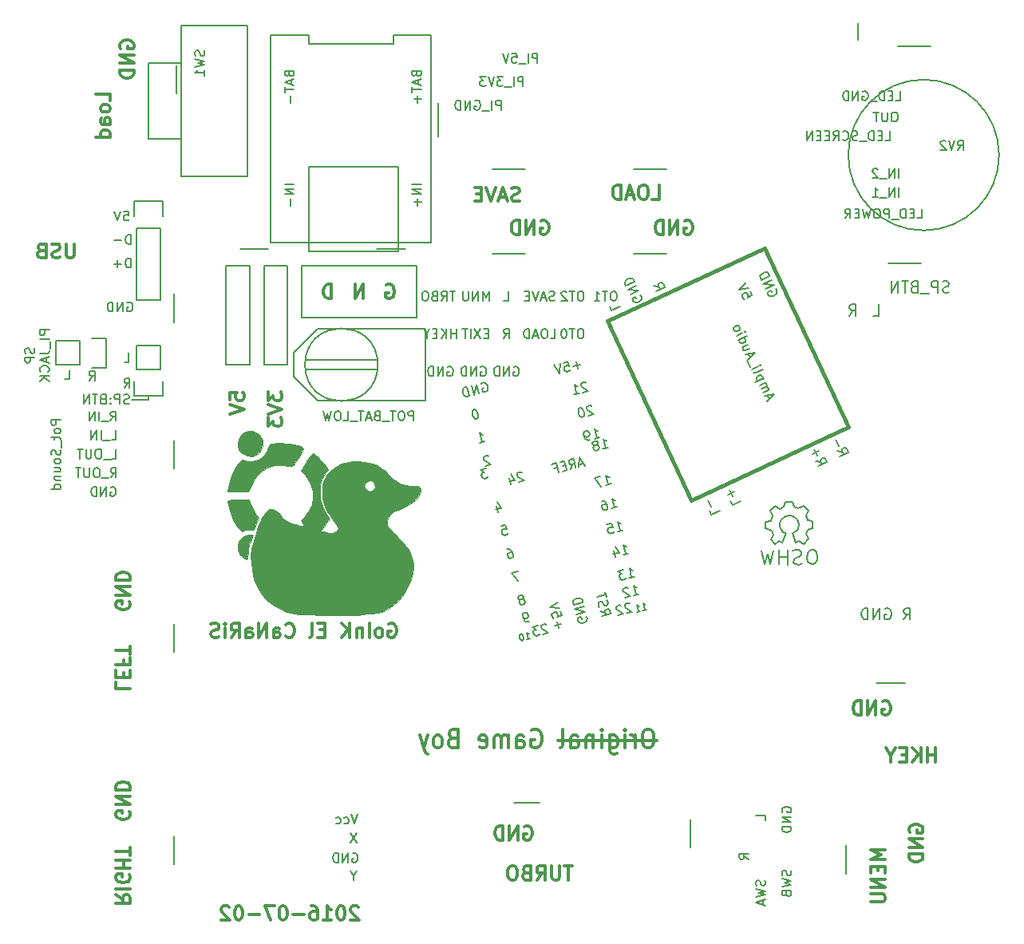
<source format=gbr>
G04 #@! TF.FileFunction,Legend,Bot*
%FSLAX46Y46*%
G04 Gerber Fmt 4.6, Leading zero omitted, Abs format (unit mm)*
G04 Created by KiCad (PCBNEW 4.0.2+e4-6225~38~ubuntu14.04.1-stable) date sam. 02 juil. 2016 22:13:44 CEST*
%MOMM*%
G01*
G04 APERTURE LIST*
%ADD10C,0.100000*%
%ADD11C,0.300000*%
%ADD12C,0.350000*%
%ADD13C,0.200000*%
%ADD14C,0.150000*%
%ADD15C,0.400000*%
%ADD16C,0.010000*%
G04 APERTURE END LIST*
D10*
D11*
X143200000Y-120900000D02*
X153700000Y-120900000D01*
D12*
X152957142Y-119654762D02*
X152614285Y-119654762D01*
X152442857Y-119750000D01*
X152271428Y-119940476D01*
X152185714Y-120321429D01*
X152185714Y-120988095D01*
X152271428Y-121369048D01*
X152442857Y-121559524D01*
X152614285Y-121654762D01*
X152957142Y-121654762D01*
X153128571Y-121559524D01*
X153300000Y-121369048D01*
X153385714Y-120988095D01*
X153385714Y-120321429D01*
X153300000Y-119940476D01*
X153128571Y-119750000D01*
X152957142Y-119654762D01*
X151414286Y-121654762D02*
X151414286Y-120321429D01*
X151414286Y-120702381D02*
X151328571Y-120511905D01*
X151242857Y-120416667D01*
X151071428Y-120321429D01*
X150900000Y-120321429D01*
X150300000Y-121654762D02*
X150300000Y-120321429D01*
X150300000Y-119654762D02*
X150385714Y-119750000D01*
X150300000Y-119845238D01*
X150214285Y-119750000D01*
X150300000Y-119654762D01*
X150300000Y-119845238D01*
X148671428Y-120321429D02*
X148671428Y-121940476D01*
X148757142Y-122130952D01*
X148842857Y-122226190D01*
X149014285Y-122321429D01*
X149271428Y-122321429D01*
X149442857Y-122226190D01*
X148671428Y-121559524D02*
X148842857Y-121654762D01*
X149185714Y-121654762D01*
X149357142Y-121559524D01*
X149442857Y-121464286D01*
X149528571Y-121273810D01*
X149528571Y-120702381D01*
X149442857Y-120511905D01*
X149357142Y-120416667D01*
X149185714Y-120321429D01*
X148842857Y-120321429D01*
X148671428Y-120416667D01*
X147814286Y-121654762D02*
X147814286Y-120321429D01*
X147814286Y-119654762D02*
X147900000Y-119750000D01*
X147814286Y-119845238D01*
X147728571Y-119750000D01*
X147814286Y-119654762D01*
X147814286Y-119845238D01*
X146957143Y-120321429D02*
X146957143Y-121654762D01*
X146957143Y-120511905D02*
X146871428Y-120416667D01*
X146700000Y-120321429D01*
X146442857Y-120321429D01*
X146271428Y-120416667D01*
X146185714Y-120607143D01*
X146185714Y-121654762D01*
X144557143Y-121654762D02*
X144557143Y-120607143D01*
X144642857Y-120416667D01*
X144814286Y-120321429D01*
X145157143Y-120321429D01*
X145328572Y-120416667D01*
X144557143Y-121559524D02*
X144728572Y-121654762D01*
X145157143Y-121654762D01*
X145328572Y-121559524D01*
X145414286Y-121369048D01*
X145414286Y-121178571D01*
X145328572Y-120988095D01*
X145157143Y-120892857D01*
X144728572Y-120892857D01*
X144557143Y-120797619D01*
X143442858Y-121654762D02*
X143614286Y-121559524D01*
X143700001Y-121369048D01*
X143700001Y-119654762D01*
X140442857Y-119750000D02*
X140614286Y-119654762D01*
X140871429Y-119654762D01*
X141128572Y-119750000D01*
X141300000Y-119940476D01*
X141385715Y-120130952D01*
X141471429Y-120511905D01*
X141471429Y-120797619D01*
X141385715Y-121178571D01*
X141300000Y-121369048D01*
X141128572Y-121559524D01*
X140871429Y-121654762D01*
X140700000Y-121654762D01*
X140442857Y-121559524D01*
X140357143Y-121464286D01*
X140357143Y-120797619D01*
X140700000Y-120797619D01*
X138814286Y-121654762D02*
X138814286Y-120607143D01*
X138900000Y-120416667D01*
X139071429Y-120321429D01*
X139414286Y-120321429D01*
X139585715Y-120416667D01*
X138814286Y-121559524D02*
X138985715Y-121654762D01*
X139414286Y-121654762D01*
X139585715Y-121559524D01*
X139671429Y-121369048D01*
X139671429Y-121178571D01*
X139585715Y-120988095D01*
X139414286Y-120892857D01*
X138985715Y-120892857D01*
X138814286Y-120797619D01*
X137957144Y-121654762D02*
X137957144Y-120321429D01*
X137957144Y-120511905D02*
X137871429Y-120416667D01*
X137700001Y-120321429D01*
X137442858Y-120321429D01*
X137271429Y-120416667D01*
X137185715Y-120607143D01*
X137185715Y-121654762D01*
X137185715Y-120607143D02*
X137100001Y-120416667D01*
X136928572Y-120321429D01*
X136671429Y-120321429D01*
X136500001Y-120416667D01*
X136414286Y-120607143D01*
X136414286Y-121654762D01*
X134871429Y-121559524D02*
X135042858Y-121654762D01*
X135385715Y-121654762D01*
X135557144Y-121559524D01*
X135642858Y-121369048D01*
X135642858Y-120607143D01*
X135557144Y-120416667D01*
X135385715Y-120321429D01*
X135042858Y-120321429D01*
X134871429Y-120416667D01*
X134785715Y-120607143D01*
X134785715Y-120797619D01*
X135642858Y-120988095D01*
X132042858Y-120607143D02*
X131785715Y-120702381D01*
X131700000Y-120797619D01*
X131614286Y-120988095D01*
X131614286Y-121273810D01*
X131700000Y-121464286D01*
X131785715Y-121559524D01*
X131957143Y-121654762D01*
X132642858Y-121654762D01*
X132642858Y-119654762D01*
X132042858Y-119654762D01*
X131871429Y-119750000D01*
X131785715Y-119845238D01*
X131700000Y-120035714D01*
X131700000Y-120226190D01*
X131785715Y-120416667D01*
X131871429Y-120511905D01*
X132042858Y-120607143D01*
X132642858Y-120607143D01*
X130585715Y-121654762D02*
X130757143Y-121559524D01*
X130842858Y-121464286D01*
X130928572Y-121273810D01*
X130928572Y-120702381D01*
X130842858Y-120511905D01*
X130757143Y-120416667D01*
X130585715Y-120321429D01*
X130328572Y-120321429D01*
X130157143Y-120416667D01*
X130071429Y-120511905D01*
X129985715Y-120702381D01*
X129985715Y-121273810D01*
X130071429Y-121464286D01*
X130157143Y-121559524D01*
X130328572Y-121654762D01*
X130585715Y-121654762D01*
X129385715Y-120321429D02*
X128957144Y-121654762D01*
X128528572Y-120321429D02*
X128957144Y-121654762D01*
X129128572Y-122130952D01*
X129214287Y-122226190D01*
X129385715Y-122321429D01*
D11*
X122035713Y-138571429D02*
X121964284Y-138500000D01*
X121821427Y-138428571D01*
X121464284Y-138428571D01*
X121321427Y-138500000D01*
X121249998Y-138571429D01*
X121178570Y-138714286D01*
X121178570Y-138857143D01*
X121249998Y-139071429D01*
X122107141Y-139928571D01*
X121178570Y-139928571D01*
X120249999Y-138428571D02*
X120107142Y-138428571D01*
X119964285Y-138500000D01*
X119892856Y-138571429D01*
X119821427Y-138714286D01*
X119749999Y-139000000D01*
X119749999Y-139357143D01*
X119821427Y-139642857D01*
X119892856Y-139785714D01*
X119964285Y-139857143D01*
X120107142Y-139928571D01*
X120249999Y-139928571D01*
X120392856Y-139857143D01*
X120464285Y-139785714D01*
X120535713Y-139642857D01*
X120607142Y-139357143D01*
X120607142Y-139000000D01*
X120535713Y-138714286D01*
X120464285Y-138571429D01*
X120392856Y-138500000D01*
X120249999Y-138428571D01*
X118321428Y-139928571D02*
X119178571Y-139928571D01*
X118749999Y-139928571D02*
X118749999Y-138428571D01*
X118892856Y-138642857D01*
X119035714Y-138785714D01*
X119178571Y-138857143D01*
X117035714Y-138428571D02*
X117321428Y-138428571D01*
X117464285Y-138500000D01*
X117535714Y-138571429D01*
X117678571Y-138785714D01*
X117750000Y-139071429D01*
X117750000Y-139642857D01*
X117678571Y-139785714D01*
X117607143Y-139857143D01*
X117464285Y-139928571D01*
X117178571Y-139928571D01*
X117035714Y-139857143D01*
X116964285Y-139785714D01*
X116892857Y-139642857D01*
X116892857Y-139285714D01*
X116964285Y-139142857D01*
X117035714Y-139071429D01*
X117178571Y-139000000D01*
X117464285Y-139000000D01*
X117607143Y-139071429D01*
X117678571Y-139142857D01*
X117750000Y-139285714D01*
X116250000Y-139357143D02*
X115107143Y-139357143D01*
X114107143Y-138428571D02*
X113964286Y-138428571D01*
X113821429Y-138500000D01*
X113750000Y-138571429D01*
X113678571Y-138714286D01*
X113607143Y-139000000D01*
X113607143Y-139357143D01*
X113678571Y-139642857D01*
X113750000Y-139785714D01*
X113821429Y-139857143D01*
X113964286Y-139928571D01*
X114107143Y-139928571D01*
X114250000Y-139857143D01*
X114321429Y-139785714D01*
X114392857Y-139642857D01*
X114464286Y-139357143D01*
X114464286Y-139000000D01*
X114392857Y-138714286D01*
X114321429Y-138571429D01*
X114250000Y-138500000D01*
X114107143Y-138428571D01*
X113107143Y-138428571D02*
X112107143Y-138428571D01*
X112750000Y-139928571D01*
X111535715Y-139357143D02*
X110392858Y-139357143D01*
X109392858Y-138428571D02*
X109250001Y-138428571D01*
X109107144Y-138500000D01*
X109035715Y-138571429D01*
X108964286Y-138714286D01*
X108892858Y-139000000D01*
X108892858Y-139357143D01*
X108964286Y-139642857D01*
X109035715Y-139785714D01*
X109107144Y-139857143D01*
X109250001Y-139928571D01*
X109392858Y-139928571D01*
X109535715Y-139857143D01*
X109607144Y-139785714D01*
X109678572Y-139642857D01*
X109750001Y-139357143D01*
X109750001Y-139000000D01*
X109678572Y-138714286D01*
X109607144Y-138571429D01*
X109535715Y-138500000D01*
X109392858Y-138428571D01*
X108321430Y-138571429D02*
X108250001Y-138500000D01*
X108107144Y-138428571D01*
X107750001Y-138428571D01*
X107607144Y-138500000D01*
X107535715Y-138571429D01*
X107464287Y-138714286D01*
X107464287Y-138857143D01*
X107535715Y-139071429D01*
X108392858Y-139928571D01*
X107464287Y-139928571D01*
X125250000Y-108500000D02*
X125392857Y-108428571D01*
X125607143Y-108428571D01*
X125821428Y-108500000D01*
X125964286Y-108642857D01*
X126035714Y-108785714D01*
X126107143Y-109071429D01*
X126107143Y-109285714D01*
X126035714Y-109571429D01*
X125964286Y-109714286D01*
X125821428Y-109857143D01*
X125607143Y-109928571D01*
X125464286Y-109928571D01*
X125250000Y-109857143D01*
X125178571Y-109785714D01*
X125178571Y-109285714D01*
X125464286Y-109285714D01*
X124321428Y-109928571D02*
X124464286Y-109857143D01*
X124535714Y-109785714D01*
X124607143Y-109642857D01*
X124607143Y-109214286D01*
X124535714Y-109071429D01*
X124464286Y-109000000D01*
X124321428Y-108928571D01*
X124107143Y-108928571D01*
X123964286Y-109000000D01*
X123892857Y-109071429D01*
X123821428Y-109214286D01*
X123821428Y-109642857D01*
X123892857Y-109785714D01*
X123964286Y-109857143D01*
X124107143Y-109928571D01*
X124321428Y-109928571D01*
X123178571Y-109928571D02*
X123178571Y-108428571D01*
X122464285Y-108928571D02*
X122464285Y-109928571D01*
X122464285Y-109071429D02*
X122392857Y-109000000D01*
X122249999Y-108928571D01*
X122035714Y-108928571D01*
X121892857Y-109000000D01*
X121821428Y-109142857D01*
X121821428Y-109928571D01*
X121107142Y-109928571D02*
X121107142Y-108428571D01*
X120249999Y-109928571D02*
X120892856Y-109071429D01*
X120249999Y-108428571D02*
X121107142Y-109285714D01*
X118464285Y-109142857D02*
X117964285Y-109142857D01*
X117749999Y-109928571D02*
X118464285Y-109928571D01*
X118464285Y-108428571D01*
X117749999Y-108428571D01*
X116892856Y-109928571D02*
X117035714Y-109857143D01*
X117107142Y-109714286D01*
X117107142Y-108428571D01*
X114321428Y-109785714D02*
X114392857Y-109857143D01*
X114607143Y-109928571D01*
X114750000Y-109928571D01*
X114964285Y-109857143D01*
X115107143Y-109714286D01*
X115178571Y-109571429D01*
X115250000Y-109285714D01*
X115250000Y-109071429D01*
X115178571Y-108785714D01*
X115107143Y-108642857D01*
X114964285Y-108500000D01*
X114750000Y-108428571D01*
X114607143Y-108428571D01*
X114392857Y-108500000D01*
X114321428Y-108571429D01*
X113035714Y-109928571D02*
X113035714Y-109142857D01*
X113107143Y-109000000D01*
X113250000Y-108928571D01*
X113535714Y-108928571D01*
X113678571Y-109000000D01*
X113035714Y-109857143D02*
X113178571Y-109928571D01*
X113535714Y-109928571D01*
X113678571Y-109857143D01*
X113750000Y-109714286D01*
X113750000Y-109571429D01*
X113678571Y-109428571D01*
X113535714Y-109357143D01*
X113178571Y-109357143D01*
X113035714Y-109285714D01*
X112321428Y-109928571D02*
X112321428Y-108428571D01*
X111464285Y-109928571D01*
X111464285Y-108428571D01*
X110107142Y-109928571D02*
X110107142Y-109142857D01*
X110178571Y-109000000D01*
X110321428Y-108928571D01*
X110607142Y-108928571D01*
X110749999Y-109000000D01*
X110107142Y-109857143D02*
X110249999Y-109928571D01*
X110607142Y-109928571D01*
X110749999Y-109857143D01*
X110821428Y-109714286D01*
X110821428Y-109571429D01*
X110749999Y-109428571D01*
X110607142Y-109357143D01*
X110249999Y-109357143D01*
X110107142Y-109285714D01*
X108535713Y-109928571D02*
X109035713Y-109214286D01*
X109392856Y-109928571D02*
X109392856Y-108428571D01*
X108821428Y-108428571D01*
X108678570Y-108500000D01*
X108607142Y-108571429D01*
X108535713Y-108714286D01*
X108535713Y-108928571D01*
X108607142Y-109071429D01*
X108678570Y-109142857D01*
X108821428Y-109214286D01*
X109392856Y-109214286D01*
X107892856Y-109928571D02*
X107892856Y-108928571D01*
X107892856Y-108428571D02*
X107964285Y-108500000D01*
X107892856Y-108571429D01*
X107821428Y-108500000D01*
X107892856Y-108428571D01*
X107892856Y-108571429D01*
X107249999Y-109857143D02*
X107035713Y-109928571D01*
X106678570Y-109928571D01*
X106535713Y-109857143D01*
X106464284Y-109785714D01*
X106392856Y-109642857D01*
X106392856Y-109500000D01*
X106464284Y-109357143D01*
X106535713Y-109285714D01*
X106678570Y-109214286D01*
X106964284Y-109142857D01*
X107107142Y-109071429D01*
X107178570Y-109000000D01*
X107249999Y-108857143D01*
X107249999Y-108714286D01*
X107178570Y-108571429D01*
X107107142Y-108500000D01*
X106964284Y-108428571D01*
X106607142Y-108428571D01*
X106392856Y-108500000D01*
X177642857Y-116750000D02*
X177785714Y-116678571D01*
X178000000Y-116678571D01*
X178214285Y-116750000D01*
X178357143Y-116892857D01*
X178428571Y-117035714D01*
X178500000Y-117321429D01*
X178500000Y-117535714D01*
X178428571Y-117821429D01*
X178357143Y-117964286D01*
X178214285Y-118107143D01*
X178000000Y-118178571D01*
X177857143Y-118178571D01*
X177642857Y-118107143D01*
X177571428Y-118035714D01*
X177571428Y-117535714D01*
X177857143Y-117535714D01*
X176928571Y-118178571D02*
X176928571Y-116678571D01*
X176071428Y-118178571D01*
X176071428Y-116678571D01*
X175357142Y-118178571D02*
X175357142Y-116678571D01*
X174999999Y-116678571D01*
X174785714Y-116750000D01*
X174642856Y-116892857D01*
X174571428Y-117035714D01*
X174499999Y-117321429D01*
X174499999Y-117535714D01*
X174571428Y-117821429D01*
X174642856Y-117964286D01*
X174785714Y-118107143D01*
X174999999Y-118178571D01*
X175357142Y-118178571D01*
D13*
X177914285Y-106900000D02*
X178028571Y-106842857D01*
X178200000Y-106842857D01*
X178371428Y-106900000D01*
X178485714Y-107014286D01*
X178542857Y-107128571D01*
X178600000Y-107357143D01*
X178600000Y-107528571D01*
X178542857Y-107757143D01*
X178485714Y-107871429D01*
X178371428Y-107985714D01*
X178200000Y-108042857D01*
X178085714Y-108042857D01*
X177914285Y-107985714D01*
X177857142Y-107928571D01*
X177857142Y-107528571D01*
X178085714Y-107528571D01*
X177342857Y-108042857D02*
X177342857Y-106842857D01*
X176657142Y-108042857D01*
X176657142Y-106842857D01*
X176085714Y-108042857D02*
X176085714Y-106842857D01*
X175799999Y-106842857D01*
X175628571Y-106900000D01*
X175514285Y-107014286D01*
X175457142Y-107128571D01*
X175399999Y-107357143D01*
X175399999Y-107528571D01*
X175457142Y-107757143D01*
X175514285Y-107871429D01*
X175628571Y-107985714D01*
X175799999Y-108042857D01*
X176085714Y-108042857D01*
X179878571Y-108042857D02*
X180278571Y-107471429D01*
X180564286Y-108042857D02*
X180564286Y-106842857D01*
X180107143Y-106842857D01*
X179992857Y-106900000D01*
X179935714Y-106957143D01*
X179878571Y-107071429D01*
X179878571Y-107242857D01*
X179935714Y-107357143D01*
X179992857Y-107414286D01*
X180107143Y-107471429D01*
X180564286Y-107471429D01*
X174128571Y-75792857D02*
X174528571Y-75221429D01*
X174814286Y-75792857D02*
X174814286Y-74592857D01*
X174357143Y-74592857D01*
X174242857Y-74650000D01*
X174185714Y-74707143D01*
X174128571Y-74821429D01*
X174128571Y-74992857D01*
X174185714Y-75107143D01*
X174242857Y-75164286D01*
X174357143Y-75221429D01*
X174814286Y-75221429D01*
X176628571Y-75792857D02*
X177200000Y-75792857D01*
X177200000Y-74592857D01*
X184685715Y-73285714D02*
X184514286Y-73342857D01*
X184228572Y-73342857D01*
X184114286Y-73285714D01*
X184057143Y-73228571D01*
X184000000Y-73114286D01*
X184000000Y-73000000D01*
X184057143Y-72885714D01*
X184114286Y-72828571D01*
X184228572Y-72771429D01*
X184457143Y-72714286D01*
X184571429Y-72657143D01*
X184628572Y-72600000D01*
X184685715Y-72485714D01*
X184685715Y-72371429D01*
X184628572Y-72257143D01*
X184571429Y-72200000D01*
X184457143Y-72142857D01*
X184171429Y-72142857D01*
X184000000Y-72200000D01*
X183485715Y-73342857D02*
X183485715Y-72142857D01*
X183028572Y-72142857D01*
X182914286Y-72200000D01*
X182857143Y-72257143D01*
X182800000Y-72371429D01*
X182800000Y-72542857D01*
X182857143Y-72657143D01*
X182914286Y-72714286D01*
X183028572Y-72771429D01*
X183485715Y-72771429D01*
X182571429Y-73457143D02*
X181657143Y-73457143D01*
X180971429Y-72714286D02*
X180800000Y-72771429D01*
X180742857Y-72828571D01*
X180685714Y-72942857D01*
X180685714Y-73114286D01*
X180742857Y-73228571D01*
X180800000Y-73285714D01*
X180914286Y-73342857D01*
X181371429Y-73342857D01*
X181371429Y-72142857D01*
X180971429Y-72142857D01*
X180857143Y-72200000D01*
X180800000Y-72257143D01*
X180742857Y-72371429D01*
X180742857Y-72485714D01*
X180800000Y-72600000D01*
X180857143Y-72657143D01*
X180971429Y-72714286D01*
X181371429Y-72714286D01*
X180342857Y-72142857D02*
X179657143Y-72142857D01*
X180000000Y-73342857D02*
X180000000Y-72142857D01*
X179257143Y-73342857D02*
X179257143Y-72142857D01*
X178571428Y-73342857D01*
X178571428Y-72142857D01*
D14*
X97154761Y-64702381D02*
X97630952Y-64702381D01*
X97678571Y-65178571D01*
X97630952Y-65130952D01*
X97535714Y-65083333D01*
X97297618Y-65083333D01*
X97202380Y-65130952D01*
X97154761Y-65178571D01*
X97107142Y-65273810D01*
X97107142Y-65511905D01*
X97154761Y-65607143D01*
X97202380Y-65654762D01*
X97297618Y-65702381D01*
X97535714Y-65702381D01*
X97630952Y-65654762D01*
X97678571Y-65607143D01*
X96821428Y-64702381D02*
X96488095Y-65702381D01*
X96154761Y-64702381D01*
X97880952Y-70702381D02*
X97880952Y-69702381D01*
X97642857Y-69702381D01*
X97499999Y-69750000D01*
X97404761Y-69845238D01*
X97357142Y-69940476D01*
X97309523Y-70130952D01*
X97309523Y-70273810D01*
X97357142Y-70464286D01*
X97404761Y-70559524D01*
X97499999Y-70654762D01*
X97642857Y-70702381D01*
X97880952Y-70702381D01*
X96880952Y-70321429D02*
X96119047Y-70321429D01*
X96499999Y-70702381D02*
X96499999Y-69940476D01*
X97880952Y-68202381D02*
X97880952Y-67202381D01*
X97642857Y-67202381D01*
X97499999Y-67250000D01*
X97404761Y-67345238D01*
X97357142Y-67440476D01*
X97309523Y-67630952D01*
X97309523Y-67773810D01*
X97357142Y-67964286D01*
X97404761Y-68059524D01*
X97499999Y-68154762D01*
X97642857Y-68202381D01*
X97880952Y-68202381D01*
X96880952Y-67821429D02*
X96119047Y-67821429D01*
X97511904Y-74400000D02*
X97607142Y-74352381D01*
X97749999Y-74352381D01*
X97892857Y-74400000D01*
X97988095Y-74495238D01*
X98035714Y-74590476D01*
X98083333Y-74780952D01*
X98083333Y-74923810D01*
X98035714Y-75114286D01*
X97988095Y-75209524D01*
X97892857Y-75304762D01*
X97749999Y-75352381D01*
X97654761Y-75352381D01*
X97511904Y-75304762D01*
X97464285Y-75257143D01*
X97464285Y-74923810D01*
X97654761Y-74923810D01*
X97035714Y-75352381D02*
X97035714Y-74352381D01*
X96464285Y-75352381D01*
X96464285Y-74352381D01*
X95988095Y-75352381D02*
X95988095Y-74352381D01*
X95750000Y-74352381D01*
X95607142Y-74400000D01*
X95511904Y-74495238D01*
X95464285Y-74590476D01*
X95416666Y-74780952D01*
X95416666Y-74923810D01*
X95464285Y-75114286D01*
X95511904Y-75209524D01*
X95607142Y-75304762D01*
X95750000Y-75352381D01*
X95988095Y-75352381D01*
X149202381Y-73202381D02*
X149011904Y-73202381D01*
X148916666Y-73250000D01*
X148821428Y-73345238D01*
X148773809Y-73535714D01*
X148773809Y-73869048D01*
X148821428Y-74059524D01*
X148916666Y-74154762D01*
X149011904Y-74202381D01*
X149202381Y-74202381D01*
X149297619Y-74154762D01*
X149392857Y-74059524D01*
X149440476Y-73869048D01*
X149440476Y-73535714D01*
X149392857Y-73345238D01*
X149297619Y-73250000D01*
X149202381Y-73202381D01*
X148488095Y-73202381D02*
X147916666Y-73202381D01*
X148202381Y-74202381D02*
X148202381Y-73202381D01*
X147059523Y-74202381D02*
X147630952Y-74202381D01*
X147345238Y-74202381D02*
X147345238Y-73202381D01*
X147440476Y-73345238D01*
X147535714Y-73440476D01*
X147630952Y-73488095D01*
X138511904Y-81250000D02*
X138607142Y-81202381D01*
X138749999Y-81202381D01*
X138892857Y-81250000D01*
X138988095Y-81345238D01*
X139035714Y-81440476D01*
X139083333Y-81630952D01*
X139083333Y-81773810D01*
X139035714Y-81964286D01*
X138988095Y-82059524D01*
X138892857Y-82154762D01*
X138749999Y-82202381D01*
X138654761Y-82202381D01*
X138511904Y-82154762D01*
X138464285Y-82107143D01*
X138464285Y-81773810D01*
X138654761Y-81773810D01*
X138035714Y-82202381D02*
X138035714Y-81202381D01*
X137464285Y-82202381D01*
X137464285Y-81202381D01*
X136988095Y-82202381D02*
X136988095Y-81202381D01*
X136750000Y-81202381D01*
X136607142Y-81250000D01*
X136511904Y-81345238D01*
X136464285Y-81440476D01*
X136416666Y-81630952D01*
X136416666Y-81773810D01*
X136464285Y-81964286D01*
X136511904Y-82059524D01*
X136607142Y-82154762D01*
X136750000Y-82202381D01*
X136988095Y-82202381D01*
X135011904Y-81250000D02*
X135107142Y-81202381D01*
X135249999Y-81202381D01*
X135392857Y-81250000D01*
X135488095Y-81345238D01*
X135535714Y-81440476D01*
X135583333Y-81630952D01*
X135583333Y-81773810D01*
X135535714Y-81964286D01*
X135488095Y-82059524D01*
X135392857Y-82154762D01*
X135249999Y-82202381D01*
X135154761Y-82202381D01*
X135011904Y-82154762D01*
X134964285Y-82107143D01*
X134964285Y-81773810D01*
X135154761Y-81773810D01*
X134535714Y-82202381D02*
X134535714Y-81202381D01*
X133964285Y-82202381D01*
X133964285Y-81202381D01*
X133488095Y-82202381D02*
X133488095Y-81202381D01*
X133250000Y-81202381D01*
X133107142Y-81250000D01*
X133011904Y-81345238D01*
X132964285Y-81440476D01*
X132916666Y-81630952D01*
X132916666Y-81773810D01*
X132964285Y-81964286D01*
X133011904Y-82059524D01*
X133107142Y-82154762D01*
X133250000Y-82202381D01*
X133488095Y-82202381D01*
X131511904Y-81250000D02*
X131607142Y-81202381D01*
X131749999Y-81202381D01*
X131892857Y-81250000D01*
X131988095Y-81345238D01*
X132035714Y-81440476D01*
X132083333Y-81630952D01*
X132083333Y-81773810D01*
X132035714Y-81964286D01*
X131988095Y-82059524D01*
X131892857Y-82154762D01*
X131749999Y-82202381D01*
X131654761Y-82202381D01*
X131511904Y-82154762D01*
X131464285Y-82107143D01*
X131464285Y-81773810D01*
X131654761Y-81773810D01*
X131035714Y-82202381D02*
X131035714Y-81202381D01*
X130464285Y-82202381D01*
X130464285Y-81202381D01*
X129988095Y-82202381D02*
X129988095Y-81202381D01*
X129750000Y-81202381D01*
X129607142Y-81250000D01*
X129511904Y-81345238D01*
X129464285Y-81440476D01*
X129416666Y-81630952D01*
X129416666Y-81773810D01*
X129464285Y-81964286D01*
X129511904Y-82059524D01*
X129607142Y-82154762D01*
X129750000Y-82202381D01*
X129988095Y-82202381D01*
X145702381Y-73202381D02*
X145511904Y-73202381D01*
X145416666Y-73250000D01*
X145321428Y-73345238D01*
X145273809Y-73535714D01*
X145273809Y-73869048D01*
X145321428Y-74059524D01*
X145416666Y-74154762D01*
X145511904Y-74202381D01*
X145702381Y-74202381D01*
X145797619Y-74154762D01*
X145892857Y-74059524D01*
X145940476Y-73869048D01*
X145940476Y-73535714D01*
X145892857Y-73345238D01*
X145797619Y-73250000D01*
X145702381Y-73202381D01*
X144988095Y-73202381D02*
X144416666Y-73202381D01*
X144702381Y-74202381D02*
X144702381Y-73202381D01*
X144130952Y-73297619D02*
X144083333Y-73250000D01*
X143988095Y-73202381D01*
X143749999Y-73202381D01*
X143654761Y-73250000D01*
X143607142Y-73297619D01*
X143559523Y-73392857D01*
X143559523Y-73488095D01*
X143607142Y-73630952D01*
X144178571Y-74202381D01*
X143559523Y-74202381D01*
X145702381Y-77202381D02*
X145511904Y-77202381D01*
X145416666Y-77250000D01*
X145321428Y-77345238D01*
X145273809Y-77535714D01*
X145273809Y-77869048D01*
X145321428Y-78059524D01*
X145416666Y-78154762D01*
X145511904Y-78202381D01*
X145702381Y-78202381D01*
X145797619Y-78154762D01*
X145892857Y-78059524D01*
X145940476Y-77869048D01*
X145940476Y-77535714D01*
X145892857Y-77345238D01*
X145797619Y-77250000D01*
X145702381Y-77202381D01*
X144988095Y-77202381D02*
X144416666Y-77202381D01*
X144702381Y-78202381D02*
X144702381Y-77202381D01*
X143892857Y-77202381D02*
X143797618Y-77202381D01*
X143702380Y-77250000D01*
X143654761Y-77297619D01*
X143607142Y-77392857D01*
X143559523Y-77583333D01*
X143559523Y-77821429D01*
X143607142Y-78011905D01*
X143654761Y-78107143D01*
X143702380Y-78154762D01*
X143797618Y-78202381D01*
X143892857Y-78202381D01*
X143988095Y-78154762D01*
X144035714Y-78107143D01*
X144083333Y-78011905D01*
X144130952Y-77821429D01*
X144130952Y-77583333D01*
X144083333Y-77392857D01*
X144035714Y-77297619D01*
X143988095Y-77250000D01*
X143892857Y-77202381D01*
X142392857Y-78202381D02*
X142869048Y-78202381D01*
X142869048Y-77202381D01*
X141869048Y-77202381D02*
X141678571Y-77202381D01*
X141583333Y-77250000D01*
X141488095Y-77345238D01*
X141440476Y-77535714D01*
X141440476Y-77869048D01*
X141488095Y-78059524D01*
X141583333Y-78154762D01*
X141678571Y-78202381D01*
X141869048Y-78202381D01*
X141964286Y-78154762D01*
X142059524Y-78059524D01*
X142107143Y-77869048D01*
X142107143Y-77535714D01*
X142059524Y-77345238D01*
X141964286Y-77250000D01*
X141869048Y-77202381D01*
X141059524Y-77916667D02*
X140583333Y-77916667D01*
X141154762Y-78202381D02*
X140821429Y-77202381D01*
X140488095Y-78202381D01*
X140154762Y-78202381D02*
X140154762Y-77202381D01*
X139916667Y-77202381D01*
X139773809Y-77250000D01*
X139678571Y-77345238D01*
X139630952Y-77440476D01*
X139583333Y-77630952D01*
X139583333Y-77773810D01*
X139630952Y-77964286D01*
X139678571Y-78059524D01*
X139773809Y-78154762D01*
X139916667Y-78202381D01*
X140154762Y-78202381D01*
X142845238Y-74154762D02*
X142702381Y-74202381D01*
X142464285Y-74202381D01*
X142369047Y-74154762D01*
X142321428Y-74107143D01*
X142273809Y-74011905D01*
X142273809Y-73916667D01*
X142321428Y-73821429D01*
X142369047Y-73773810D01*
X142464285Y-73726190D01*
X142654762Y-73678571D01*
X142750000Y-73630952D01*
X142797619Y-73583333D01*
X142845238Y-73488095D01*
X142845238Y-73392857D01*
X142797619Y-73297619D01*
X142750000Y-73250000D01*
X142654762Y-73202381D01*
X142416666Y-73202381D01*
X142273809Y-73250000D01*
X141892857Y-73916667D02*
X141416666Y-73916667D01*
X141988095Y-74202381D02*
X141654762Y-73202381D01*
X141321428Y-74202381D01*
X141130952Y-73202381D02*
X140797619Y-74202381D01*
X140464285Y-73202381D01*
X140130952Y-73678571D02*
X139797618Y-73678571D01*
X139654761Y-74202381D02*
X140130952Y-74202381D01*
X140130952Y-73202381D01*
X139654761Y-73202381D01*
X137440476Y-78202381D02*
X137773810Y-77726190D01*
X138011905Y-78202381D02*
X138011905Y-77202381D01*
X137630952Y-77202381D01*
X137535714Y-77250000D01*
X137488095Y-77297619D01*
X137440476Y-77392857D01*
X137440476Y-77535714D01*
X137488095Y-77630952D01*
X137535714Y-77678571D01*
X137630952Y-77726190D01*
X138011905Y-77726190D01*
X135809524Y-77678571D02*
X135476190Y-77678571D01*
X135333333Y-78202381D02*
X135809524Y-78202381D01*
X135809524Y-77202381D01*
X135333333Y-77202381D01*
X135000000Y-77202381D02*
X134333333Y-78202381D01*
X134333333Y-77202381D02*
X135000000Y-78202381D01*
X133952381Y-78202381D02*
X133952381Y-77202381D01*
X133619048Y-77202381D02*
X133047619Y-77202381D01*
X133333334Y-78202381D02*
X133333334Y-77202381D01*
X132416667Y-78202381D02*
X132416667Y-77202381D01*
X132416667Y-77678571D02*
X131845238Y-77678571D01*
X131845238Y-78202381D02*
X131845238Y-77202381D01*
X131369048Y-78202381D02*
X131369048Y-77202381D01*
X130797619Y-78202381D02*
X131226191Y-77630952D01*
X130797619Y-77202381D02*
X131369048Y-77773810D01*
X130369048Y-77678571D02*
X130035714Y-77678571D01*
X129892857Y-78202381D02*
X130369048Y-78202381D01*
X130369048Y-77202381D01*
X129892857Y-77202381D01*
X129273810Y-77726190D02*
X129273810Y-78202381D01*
X129607143Y-77202381D02*
X129273810Y-77726190D01*
X128940476Y-77202381D01*
X137440476Y-74202381D02*
X137916667Y-74202381D01*
X137916667Y-73202381D01*
X135880952Y-74202381D02*
X135880952Y-73202381D01*
X135547618Y-73916667D01*
X135214285Y-73202381D01*
X135214285Y-74202381D01*
X134738095Y-74202381D02*
X134738095Y-73202381D01*
X134166666Y-74202381D01*
X134166666Y-73202381D01*
X133690476Y-73202381D02*
X133690476Y-74011905D01*
X133642857Y-74107143D01*
X133595238Y-74154762D01*
X133500000Y-74202381D01*
X133309523Y-74202381D01*
X133214285Y-74154762D01*
X133166666Y-74107143D01*
X133119047Y-74011905D01*
X133119047Y-73202381D01*
X132309524Y-73202381D02*
X131738095Y-73202381D01*
X132023810Y-74202381D02*
X132023810Y-73202381D01*
X130833333Y-74202381D02*
X131166667Y-73726190D01*
X131404762Y-74202381D02*
X131404762Y-73202381D01*
X131023809Y-73202381D01*
X130928571Y-73250000D01*
X130880952Y-73297619D01*
X130833333Y-73392857D01*
X130833333Y-73535714D01*
X130880952Y-73630952D01*
X130928571Y-73678571D01*
X131023809Y-73726190D01*
X131404762Y-73726190D01*
X130071428Y-73678571D02*
X129928571Y-73726190D01*
X129880952Y-73773810D01*
X129833333Y-73869048D01*
X129833333Y-74011905D01*
X129880952Y-74107143D01*
X129928571Y-74154762D01*
X130023809Y-74202381D01*
X130404762Y-74202381D01*
X130404762Y-73202381D01*
X130071428Y-73202381D01*
X129976190Y-73250000D01*
X129928571Y-73297619D01*
X129880952Y-73392857D01*
X129880952Y-73488095D01*
X129928571Y-73583333D01*
X129976190Y-73630952D01*
X130071428Y-73678571D01*
X130404762Y-73678571D01*
X129214286Y-73202381D02*
X129023809Y-73202381D01*
X128928571Y-73250000D01*
X128833333Y-73345238D01*
X128785714Y-73535714D01*
X128785714Y-73869048D01*
X128833333Y-74059524D01*
X128928571Y-74154762D01*
X129023809Y-74202381D01*
X129214286Y-74202381D01*
X129309524Y-74154762D01*
X129404762Y-74059524D01*
X129452381Y-73869048D01*
X129452381Y-73535714D01*
X129404762Y-73345238D01*
X129309524Y-73250000D01*
X129214286Y-73202381D01*
X130500000Y-56750000D02*
X130500000Y-53250000D01*
X124000000Y-68750000D02*
X127000000Y-68750000D01*
X109500000Y-68750000D02*
X112500000Y-68750000D01*
X173750000Y-132000000D02*
X173750000Y-135000000D01*
X180000000Y-114750000D02*
X177000000Y-114750000D01*
X157250000Y-132250000D02*
X157250000Y-129250000D01*
X138500000Y-127500000D02*
X141250000Y-127500000D01*
X102500000Y-131000000D02*
X102500000Y-134000000D01*
X102500000Y-108500000D02*
X102500000Y-111500000D01*
X102500000Y-89000000D02*
X102500000Y-92000000D01*
X102500000Y-73500000D02*
X102500000Y-76500000D01*
X102750000Y-49250000D02*
X102750000Y-52250000D01*
X139750000Y-69250000D02*
X136250000Y-69250000D01*
X139750000Y-60250000D02*
X136250000Y-60250000D01*
X154750000Y-60250000D02*
X151250000Y-60250000D01*
X154750000Y-69250000D02*
X151250000Y-69250000D01*
X181750000Y-70250000D02*
X178250000Y-70250000D01*
X182750000Y-47250000D02*
X179250000Y-47250000D01*
X175000000Y-46500000D02*
X175000000Y-44750000D01*
D11*
X156642857Y-65750000D02*
X156785714Y-65678571D01*
X157000000Y-65678571D01*
X157214285Y-65750000D01*
X157357143Y-65892857D01*
X157428571Y-66035714D01*
X157500000Y-66321429D01*
X157500000Y-66535714D01*
X157428571Y-66821429D01*
X157357143Y-66964286D01*
X157214285Y-67107143D01*
X157000000Y-67178571D01*
X156857143Y-67178571D01*
X156642857Y-67107143D01*
X156571428Y-67035714D01*
X156571428Y-66535714D01*
X156857143Y-66535714D01*
X155928571Y-67178571D02*
X155928571Y-65678571D01*
X155071428Y-67178571D01*
X155071428Y-65678571D01*
X154357142Y-67178571D02*
X154357142Y-65678571D01*
X153999999Y-65678571D01*
X153785714Y-65750000D01*
X153642856Y-65892857D01*
X153571428Y-66035714D01*
X153499999Y-66321429D01*
X153499999Y-66535714D01*
X153571428Y-66821429D01*
X153642856Y-66964286D01*
X153785714Y-67107143D01*
X153999999Y-67178571D01*
X154357142Y-67178571D01*
D14*
X108000000Y-81000000D02*
X110500000Y-81000000D01*
X108000000Y-70500000D02*
X108000000Y-81000000D01*
X110500000Y-70500000D02*
X108000000Y-70500000D01*
X110500000Y-81000000D02*
X110500000Y-70500000D01*
X112000000Y-70500000D02*
X112000000Y-81000000D01*
X114500000Y-70500000D02*
X112000000Y-70500000D01*
X114500000Y-81000000D02*
X114500000Y-70500000D01*
X112000000Y-81000000D02*
X114500000Y-81000000D01*
X116000000Y-70500000D02*
X128250000Y-70500000D01*
X116000000Y-76000000D02*
X116000000Y-70500000D01*
X128250000Y-76000000D02*
X116000000Y-76000000D01*
X128250000Y-70500000D02*
X128250000Y-76000000D01*
D11*
X91892857Y-68178571D02*
X91892857Y-69392857D01*
X91821429Y-69535714D01*
X91750000Y-69607143D01*
X91607143Y-69678571D01*
X91321429Y-69678571D01*
X91178571Y-69607143D01*
X91107143Y-69535714D01*
X91035714Y-69392857D01*
X91035714Y-68178571D01*
X90392857Y-69607143D02*
X90178571Y-69678571D01*
X89821428Y-69678571D01*
X89678571Y-69607143D01*
X89607142Y-69535714D01*
X89535714Y-69392857D01*
X89535714Y-69250000D01*
X89607142Y-69107143D01*
X89678571Y-69035714D01*
X89821428Y-68964286D01*
X90107142Y-68892857D01*
X90250000Y-68821429D01*
X90321428Y-68750000D01*
X90392857Y-68607143D01*
X90392857Y-68464286D01*
X90321428Y-68321429D01*
X90250000Y-68250000D01*
X90107142Y-68178571D01*
X89750000Y-68178571D01*
X89535714Y-68250000D01*
X88392857Y-68892857D02*
X88178571Y-68964286D01*
X88107143Y-69035714D01*
X88035714Y-69178571D01*
X88035714Y-69392857D01*
X88107143Y-69535714D01*
X88178571Y-69607143D01*
X88321429Y-69678571D01*
X88892857Y-69678571D01*
X88892857Y-68178571D01*
X88392857Y-68178571D01*
X88250000Y-68250000D01*
X88178571Y-68321429D01*
X88107143Y-68464286D01*
X88107143Y-68607143D01*
X88178571Y-68750000D01*
X88250000Y-68821429D01*
X88392857Y-68892857D01*
X88892857Y-68892857D01*
D14*
X99750000Y-84750000D02*
X98000000Y-84750000D01*
X99750000Y-84250000D02*
X99750000Y-84750000D01*
X95733333Y-86952381D02*
X96066667Y-86476190D01*
X96304762Y-86952381D02*
X96304762Y-85952381D01*
X95923809Y-85952381D01*
X95828571Y-86000000D01*
X95780952Y-86047619D01*
X95733333Y-86142857D01*
X95733333Y-86285714D01*
X95780952Y-86380952D01*
X95828571Y-86428571D01*
X95923809Y-86476190D01*
X96304762Y-86476190D01*
X95542857Y-87047619D02*
X94780952Y-87047619D01*
X94542857Y-86952381D02*
X94542857Y-85952381D01*
X94066667Y-86952381D02*
X94066667Y-85952381D01*
X93495238Y-86952381D01*
X93495238Y-85952381D01*
X95833333Y-88952381D02*
X96309524Y-88952381D01*
X96309524Y-87952381D01*
X95738095Y-89047619D02*
X94976190Y-89047619D01*
X94738095Y-88952381D02*
X94738095Y-87952381D01*
X94261905Y-88952381D02*
X94261905Y-87952381D01*
X93690476Y-88952381D01*
X93690476Y-87952381D01*
X95845238Y-90952381D02*
X96321429Y-90952381D01*
X96321429Y-89952381D01*
X95750000Y-91047619D02*
X94988095Y-91047619D01*
X94559524Y-89952381D02*
X94369047Y-89952381D01*
X94273809Y-90000000D01*
X94178571Y-90095238D01*
X94130952Y-90285714D01*
X94130952Y-90619048D01*
X94178571Y-90809524D01*
X94273809Y-90904762D01*
X94369047Y-90952381D01*
X94559524Y-90952381D01*
X94654762Y-90904762D01*
X94750000Y-90809524D01*
X94797619Y-90619048D01*
X94797619Y-90285714D01*
X94750000Y-90095238D01*
X94654762Y-90000000D01*
X94559524Y-89952381D01*
X93702381Y-89952381D02*
X93702381Y-90761905D01*
X93654762Y-90857143D01*
X93607143Y-90904762D01*
X93511905Y-90952381D01*
X93321428Y-90952381D01*
X93226190Y-90904762D01*
X93178571Y-90857143D01*
X93130952Y-90761905D01*
X93130952Y-89952381D01*
X92797619Y-89952381D02*
X92226190Y-89952381D01*
X92511905Y-90952381D02*
X92511905Y-89952381D01*
X95750000Y-92952381D02*
X96083334Y-92476190D01*
X96321429Y-92952381D02*
X96321429Y-91952381D01*
X95940476Y-91952381D01*
X95845238Y-92000000D01*
X95797619Y-92047619D01*
X95750000Y-92142857D01*
X95750000Y-92285714D01*
X95797619Y-92380952D01*
X95845238Y-92428571D01*
X95940476Y-92476190D01*
X96321429Y-92476190D01*
X95559524Y-93047619D02*
X94797619Y-93047619D01*
X94369048Y-91952381D02*
X94178571Y-91952381D01*
X94083333Y-92000000D01*
X93988095Y-92095238D01*
X93940476Y-92285714D01*
X93940476Y-92619048D01*
X93988095Y-92809524D01*
X94083333Y-92904762D01*
X94178571Y-92952381D01*
X94369048Y-92952381D01*
X94464286Y-92904762D01*
X94559524Y-92809524D01*
X94607143Y-92619048D01*
X94607143Y-92285714D01*
X94559524Y-92095238D01*
X94464286Y-92000000D01*
X94369048Y-91952381D01*
X93511905Y-91952381D02*
X93511905Y-92761905D01*
X93464286Y-92857143D01*
X93416667Y-92904762D01*
X93321429Y-92952381D01*
X93130952Y-92952381D01*
X93035714Y-92904762D01*
X92988095Y-92857143D01*
X92940476Y-92761905D01*
X92940476Y-91952381D01*
X92607143Y-91952381D02*
X92035714Y-91952381D01*
X92321429Y-92952381D02*
X92321429Y-91952381D01*
X95761904Y-94000000D02*
X95857142Y-93952381D01*
X95999999Y-93952381D01*
X96142857Y-94000000D01*
X96238095Y-94095238D01*
X96285714Y-94190476D01*
X96333333Y-94380952D01*
X96333333Y-94523810D01*
X96285714Y-94714286D01*
X96238095Y-94809524D01*
X96142857Y-94904762D01*
X95999999Y-94952381D01*
X95904761Y-94952381D01*
X95761904Y-94904762D01*
X95714285Y-94857143D01*
X95714285Y-94523810D01*
X95904761Y-94523810D01*
X95285714Y-94952381D02*
X95285714Y-93952381D01*
X94714285Y-94952381D01*
X94714285Y-93952381D01*
X94238095Y-94952381D02*
X94238095Y-93952381D01*
X94000000Y-93952381D01*
X93857142Y-94000000D01*
X93761904Y-94095238D01*
X93714285Y-94190476D01*
X93666666Y-94380952D01*
X93666666Y-94523810D01*
X93714285Y-94714286D01*
X93761904Y-94809524D01*
X93857142Y-94904762D01*
X94000000Y-94952381D01*
X94238095Y-94952381D01*
X90452381Y-86833333D02*
X89452381Y-86833333D01*
X89452381Y-87214286D01*
X89500000Y-87309524D01*
X89547619Y-87357143D01*
X89642857Y-87404762D01*
X89785714Y-87404762D01*
X89880952Y-87357143D01*
X89928571Y-87309524D01*
X89976190Y-87214286D01*
X89976190Y-86833333D01*
X90452381Y-87976190D02*
X90404762Y-87880952D01*
X90357143Y-87833333D01*
X90261905Y-87785714D01*
X89976190Y-87785714D01*
X89880952Y-87833333D01*
X89833333Y-87880952D01*
X89785714Y-87976190D01*
X89785714Y-88119048D01*
X89833333Y-88214286D01*
X89880952Y-88261905D01*
X89976190Y-88309524D01*
X90261905Y-88309524D01*
X90357143Y-88261905D01*
X90404762Y-88214286D01*
X90452381Y-88119048D01*
X90452381Y-87976190D01*
X89785714Y-88595238D02*
X89785714Y-88976190D01*
X89452381Y-88738095D02*
X90309524Y-88738095D01*
X90404762Y-88785714D01*
X90452381Y-88880952D01*
X90452381Y-88976190D01*
X90547619Y-89071429D02*
X90547619Y-89833334D01*
X90404762Y-90023810D02*
X90452381Y-90166667D01*
X90452381Y-90404763D01*
X90404762Y-90500001D01*
X90357143Y-90547620D01*
X90261905Y-90595239D01*
X90166667Y-90595239D01*
X90071429Y-90547620D01*
X90023810Y-90500001D01*
X89976190Y-90404763D01*
X89928571Y-90214286D01*
X89880952Y-90119048D01*
X89833333Y-90071429D01*
X89738095Y-90023810D01*
X89642857Y-90023810D01*
X89547619Y-90071429D01*
X89500000Y-90119048D01*
X89452381Y-90214286D01*
X89452381Y-90452382D01*
X89500000Y-90595239D01*
X90452381Y-91166667D02*
X90404762Y-91071429D01*
X90357143Y-91023810D01*
X90261905Y-90976191D01*
X89976190Y-90976191D01*
X89880952Y-91023810D01*
X89833333Y-91071429D01*
X89785714Y-91166667D01*
X89785714Y-91309525D01*
X89833333Y-91404763D01*
X89880952Y-91452382D01*
X89976190Y-91500001D01*
X90261905Y-91500001D01*
X90357143Y-91452382D01*
X90404762Y-91404763D01*
X90452381Y-91309525D01*
X90452381Y-91166667D01*
X89785714Y-92357144D02*
X90452381Y-92357144D01*
X89785714Y-91928572D02*
X90309524Y-91928572D01*
X90404762Y-91976191D01*
X90452381Y-92071429D01*
X90452381Y-92214287D01*
X90404762Y-92309525D01*
X90357143Y-92357144D01*
X89785714Y-92833334D02*
X90452381Y-92833334D01*
X89880952Y-92833334D02*
X89833333Y-92880953D01*
X89785714Y-92976191D01*
X89785714Y-93119049D01*
X89833333Y-93214287D01*
X89928571Y-93261906D01*
X90452381Y-93261906D01*
X90452381Y-94166668D02*
X89452381Y-94166668D01*
X90404762Y-94166668D02*
X90452381Y-94071430D01*
X90452381Y-93880953D01*
X90404762Y-93785715D01*
X90357143Y-93738096D01*
X90261905Y-93690477D01*
X89976190Y-93690477D01*
X89880952Y-93738096D01*
X89833333Y-93785715D01*
X89785714Y-93880953D01*
X89785714Y-94071430D01*
X89833333Y-94166668D01*
X97709524Y-85104762D02*
X97566667Y-85152381D01*
X97328571Y-85152381D01*
X97233333Y-85104762D01*
X97185714Y-85057143D01*
X97138095Y-84961905D01*
X97138095Y-84866667D01*
X97185714Y-84771429D01*
X97233333Y-84723810D01*
X97328571Y-84676190D01*
X97519048Y-84628571D01*
X97614286Y-84580952D01*
X97661905Y-84533333D01*
X97709524Y-84438095D01*
X97709524Y-84342857D01*
X97661905Y-84247619D01*
X97614286Y-84200000D01*
X97519048Y-84152381D01*
X97280952Y-84152381D01*
X97138095Y-84200000D01*
X96709524Y-85152381D02*
X96709524Y-84152381D01*
X96328571Y-84152381D01*
X96233333Y-84200000D01*
X96185714Y-84247619D01*
X96138095Y-84342857D01*
X96138095Y-84485714D01*
X96185714Y-84580952D01*
X96233333Y-84628571D01*
X96328571Y-84676190D01*
X96709524Y-84676190D01*
X95709524Y-85057143D02*
X95661905Y-85104762D01*
X95709524Y-85152381D01*
X95757143Y-85104762D01*
X95709524Y-85057143D01*
X95709524Y-85152381D01*
X95709524Y-84533333D02*
X95661905Y-84580952D01*
X95709524Y-84628571D01*
X95757143Y-84580952D01*
X95709524Y-84533333D01*
X95709524Y-84628571D01*
X94900000Y-84628571D02*
X94757143Y-84676190D01*
X94709524Y-84723810D01*
X94661905Y-84819048D01*
X94661905Y-84961905D01*
X94709524Y-85057143D01*
X94757143Y-85104762D01*
X94852381Y-85152381D01*
X95233334Y-85152381D01*
X95233334Y-84152381D01*
X94900000Y-84152381D01*
X94804762Y-84200000D01*
X94757143Y-84247619D01*
X94709524Y-84342857D01*
X94709524Y-84438095D01*
X94757143Y-84533333D01*
X94804762Y-84580952D01*
X94900000Y-84628571D01*
X95233334Y-84628571D01*
X94376191Y-84152381D02*
X93804762Y-84152381D01*
X94090477Y-85152381D02*
X94090477Y-84152381D01*
X93471429Y-85152381D02*
X93471429Y-84152381D01*
X92900000Y-85152381D01*
X92900000Y-84152381D01*
X87629762Y-79214286D02*
X87677381Y-79357143D01*
X87677381Y-79595239D01*
X87629762Y-79690477D01*
X87582143Y-79738096D01*
X87486905Y-79785715D01*
X87391667Y-79785715D01*
X87296429Y-79738096D01*
X87248810Y-79690477D01*
X87201190Y-79595239D01*
X87153571Y-79404762D01*
X87105952Y-79309524D01*
X87058333Y-79261905D01*
X86963095Y-79214286D01*
X86867857Y-79214286D01*
X86772619Y-79261905D01*
X86725000Y-79309524D01*
X86677381Y-79404762D01*
X86677381Y-79642858D01*
X86725000Y-79785715D01*
X87677381Y-80214286D02*
X86677381Y-80214286D01*
X86677381Y-80595239D01*
X86725000Y-80690477D01*
X86772619Y-80738096D01*
X86867857Y-80785715D01*
X87010714Y-80785715D01*
X87105952Y-80738096D01*
X87153571Y-80690477D01*
X87201190Y-80595239D01*
X87201190Y-80214286D01*
X89227381Y-77309524D02*
X88227381Y-77309524D01*
X88227381Y-77690477D01*
X88275000Y-77785715D01*
X88322619Y-77833334D01*
X88417857Y-77880953D01*
X88560714Y-77880953D01*
X88655952Y-77833334D01*
X88703571Y-77785715D01*
X88751190Y-77690477D01*
X88751190Y-77309524D01*
X89227381Y-78309524D02*
X88227381Y-78309524D01*
X89322619Y-78547619D02*
X89322619Y-79309524D01*
X88227381Y-79833334D02*
X88941667Y-79833334D01*
X89084524Y-79785714D01*
X89179762Y-79690476D01*
X89227381Y-79547619D01*
X89227381Y-79452381D01*
X88941667Y-80261905D02*
X88941667Y-80738096D01*
X89227381Y-80166667D02*
X88227381Y-80500000D01*
X89227381Y-80833334D01*
X89132143Y-81738096D02*
X89179762Y-81690477D01*
X89227381Y-81547620D01*
X89227381Y-81452382D01*
X89179762Y-81309524D01*
X89084524Y-81214286D01*
X88989286Y-81166667D01*
X88798810Y-81119048D01*
X88655952Y-81119048D01*
X88465476Y-81166667D01*
X88370238Y-81214286D01*
X88275000Y-81309524D01*
X88227381Y-81452382D01*
X88227381Y-81547620D01*
X88275000Y-81690477D01*
X88322619Y-81738096D01*
X89227381Y-82166667D02*
X88227381Y-82166667D01*
X89227381Y-82738096D02*
X88655952Y-82309524D01*
X88227381Y-82738096D02*
X88798810Y-82166667D01*
X90890476Y-82552381D02*
X91366667Y-82552381D01*
X91366667Y-81552381D01*
X93490476Y-82652381D02*
X93823810Y-82176190D01*
X94061905Y-82652381D02*
X94061905Y-81652381D01*
X93680952Y-81652381D01*
X93585714Y-81700000D01*
X93538095Y-81747619D01*
X93490476Y-81842857D01*
X93490476Y-81985714D01*
X93538095Y-82080952D01*
X93585714Y-82128571D01*
X93680952Y-82176190D01*
X94061905Y-82176190D01*
X97190476Y-83452381D02*
X97523810Y-82976190D01*
X97761905Y-83452381D02*
X97761905Y-82452381D01*
X97380952Y-82452381D01*
X97285714Y-82500000D01*
X97238095Y-82547619D01*
X97190476Y-82642857D01*
X97190476Y-82785714D01*
X97238095Y-82880952D01*
X97285714Y-82928571D01*
X97380952Y-82976190D01*
X97761905Y-82976190D01*
X97190476Y-80702381D02*
X97666667Y-80702381D01*
X97666667Y-79702381D01*
D11*
X96790000Y-47427143D02*
X96718571Y-47284286D01*
X96718571Y-47070000D01*
X96790000Y-46855715D01*
X96932857Y-46712857D01*
X97075714Y-46641429D01*
X97361429Y-46570000D01*
X97575714Y-46570000D01*
X97861429Y-46641429D01*
X98004286Y-46712857D01*
X98147143Y-46855715D01*
X98218571Y-47070000D01*
X98218571Y-47212857D01*
X98147143Y-47427143D01*
X98075714Y-47498572D01*
X97575714Y-47498572D01*
X97575714Y-47212857D01*
X98218571Y-48141429D02*
X96718571Y-48141429D01*
X98218571Y-48998572D01*
X96718571Y-48998572D01*
X98218571Y-49712858D02*
X96718571Y-49712858D01*
X96718571Y-50070001D01*
X96790000Y-50284286D01*
X96932857Y-50427144D01*
X97075714Y-50498572D01*
X97361429Y-50570001D01*
X97575714Y-50570001D01*
X97861429Y-50498572D01*
X98004286Y-50427144D01*
X98147143Y-50284286D01*
X98218571Y-50070001D01*
X98218571Y-49712858D01*
X95678571Y-52978572D02*
X95678571Y-52264286D01*
X94178571Y-52264286D01*
X95678571Y-53692858D02*
X95607143Y-53550000D01*
X95535714Y-53478572D01*
X95392857Y-53407143D01*
X94964286Y-53407143D01*
X94821429Y-53478572D01*
X94750000Y-53550000D01*
X94678571Y-53692858D01*
X94678571Y-53907143D01*
X94750000Y-54050000D01*
X94821429Y-54121429D01*
X94964286Y-54192858D01*
X95392857Y-54192858D01*
X95535714Y-54121429D01*
X95607143Y-54050000D01*
X95678571Y-53907143D01*
X95678571Y-53692858D01*
X95678571Y-55478572D02*
X94892857Y-55478572D01*
X94750000Y-55407143D01*
X94678571Y-55264286D01*
X94678571Y-54978572D01*
X94750000Y-54835715D01*
X95607143Y-55478572D02*
X95678571Y-55335715D01*
X95678571Y-54978572D01*
X95607143Y-54835715D01*
X95464286Y-54764286D01*
X95321429Y-54764286D01*
X95178571Y-54835715D01*
X95107143Y-54978572D01*
X95107143Y-55335715D01*
X95035714Y-55478572D01*
X95678571Y-56835715D02*
X94178571Y-56835715D01*
X95607143Y-56835715D02*
X95678571Y-56692858D01*
X95678571Y-56407144D01*
X95607143Y-56264286D01*
X95535714Y-56192858D01*
X95392857Y-56121429D01*
X94964286Y-56121429D01*
X94821429Y-56192858D01*
X94750000Y-56264286D01*
X94678571Y-56407144D01*
X94678571Y-56692858D01*
X94750000Y-56835715D01*
X177928571Y-132500000D02*
X176428571Y-132500000D01*
X177500000Y-133000000D01*
X176428571Y-133500000D01*
X177928571Y-133500000D01*
X177142857Y-134214286D02*
X177142857Y-134714286D01*
X177928571Y-134928572D02*
X177928571Y-134214286D01*
X176428571Y-134214286D01*
X176428571Y-134928572D01*
X177928571Y-135571429D02*
X176428571Y-135571429D01*
X177928571Y-136428572D01*
X176428571Y-136428572D01*
X176428571Y-137142858D02*
X177642857Y-137142858D01*
X177785714Y-137214286D01*
X177857143Y-137285715D01*
X177928571Y-137428572D01*
X177928571Y-137714286D01*
X177857143Y-137857144D01*
X177785714Y-137928572D01*
X177642857Y-138000001D01*
X176428571Y-138000001D01*
X180500000Y-130607143D02*
X180428571Y-130464286D01*
X180428571Y-130250000D01*
X180500000Y-130035715D01*
X180642857Y-129892857D01*
X180785714Y-129821429D01*
X181071429Y-129750000D01*
X181285714Y-129750000D01*
X181571429Y-129821429D01*
X181714286Y-129892857D01*
X181857143Y-130035715D01*
X181928571Y-130250000D01*
X181928571Y-130392857D01*
X181857143Y-130607143D01*
X181785714Y-130678572D01*
X181285714Y-130678572D01*
X181285714Y-130392857D01*
X181928571Y-131321429D02*
X180428571Y-131321429D01*
X181928571Y-132178572D01*
X180428571Y-132178572D01*
X181928571Y-132892858D02*
X180428571Y-132892858D01*
X180428571Y-133250001D01*
X180500000Y-133464286D01*
X180642857Y-133607144D01*
X180785714Y-133678572D01*
X181071429Y-133750001D01*
X181285714Y-133750001D01*
X181571429Y-133678572D01*
X181714286Y-133607144D01*
X181857143Y-133464286D01*
X181928571Y-133250001D01*
X181928571Y-132892858D01*
X183250000Y-123178571D02*
X183250000Y-121678571D01*
X183250000Y-122392857D02*
X182392857Y-122392857D01*
X182392857Y-123178571D02*
X182392857Y-121678571D01*
X181678571Y-123178571D02*
X181678571Y-121678571D01*
X180821428Y-123178571D02*
X181464285Y-122321429D01*
X180821428Y-121678571D02*
X181678571Y-122535714D01*
X180178571Y-122392857D02*
X179678571Y-122392857D01*
X179464285Y-123178571D02*
X180178571Y-123178571D01*
X180178571Y-121678571D01*
X179464285Y-121678571D01*
X178535714Y-122464286D02*
X178535714Y-123178571D01*
X179035714Y-121678571D02*
X178535714Y-122464286D01*
X178035714Y-121678571D01*
X97750000Y-106142857D02*
X97821429Y-106285714D01*
X97821429Y-106500000D01*
X97750000Y-106714285D01*
X97607143Y-106857143D01*
X97464286Y-106928571D01*
X97178571Y-107000000D01*
X96964286Y-107000000D01*
X96678571Y-106928571D01*
X96535714Y-106857143D01*
X96392857Y-106714285D01*
X96321429Y-106500000D01*
X96321429Y-106357143D01*
X96392857Y-106142857D01*
X96464286Y-106071428D01*
X96964286Y-106071428D01*
X96964286Y-106357143D01*
X96321429Y-105428571D02*
X97821429Y-105428571D01*
X96321429Y-104571428D01*
X97821429Y-104571428D01*
X96321429Y-103857142D02*
X97821429Y-103857142D01*
X97821429Y-103499999D01*
X97750000Y-103285714D01*
X97607143Y-103142856D01*
X97464286Y-103071428D01*
X97178571Y-102999999D01*
X96964286Y-102999999D01*
X96678571Y-103071428D01*
X96535714Y-103142856D01*
X96392857Y-103285714D01*
X96321429Y-103499999D01*
X96321429Y-103857142D01*
X125007143Y-72550000D02*
X125150000Y-72478571D01*
X125364286Y-72478571D01*
X125578571Y-72550000D01*
X125721429Y-72692857D01*
X125792857Y-72835714D01*
X125864286Y-73121429D01*
X125864286Y-73335714D01*
X125792857Y-73621429D01*
X125721429Y-73764286D01*
X125578571Y-73907143D01*
X125364286Y-73978571D01*
X125221429Y-73978571D01*
X125007143Y-73907143D01*
X124935714Y-73835714D01*
X124935714Y-73335714D01*
X125221429Y-73335714D01*
X112428571Y-83892858D02*
X112428571Y-84821429D01*
X113000000Y-84321429D01*
X113000000Y-84535715D01*
X113071429Y-84678572D01*
X113142857Y-84750001D01*
X113285714Y-84821429D01*
X113642857Y-84821429D01*
X113785714Y-84750001D01*
X113857143Y-84678572D01*
X113928571Y-84535715D01*
X113928571Y-84107143D01*
X113857143Y-83964286D01*
X113785714Y-83892858D01*
X112428571Y-85250000D02*
X113928571Y-85750000D01*
X112428571Y-86250000D01*
X112428571Y-86607143D02*
X112428571Y-87535714D01*
X113000000Y-87035714D01*
X113000000Y-87250000D01*
X113071429Y-87392857D01*
X113142857Y-87464286D01*
X113285714Y-87535714D01*
X113642857Y-87535714D01*
X113785714Y-87464286D01*
X113857143Y-87392857D01*
X113928571Y-87250000D01*
X113928571Y-86821428D01*
X113857143Y-86678571D01*
X113785714Y-86607143D01*
X108428571Y-84714287D02*
X108428571Y-84000001D01*
X109142857Y-83928572D01*
X109071429Y-84000001D01*
X109000000Y-84142858D01*
X109000000Y-84500001D01*
X109071429Y-84642858D01*
X109142857Y-84714287D01*
X109285714Y-84785715D01*
X109642857Y-84785715D01*
X109785714Y-84714287D01*
X109857143Y-84642858D01*
X109928571Y-84500001D01*
X109928571Y-84142858D01*
X109857143Y-84000001D01*
X109785714Y-83928572D01*
X108428571Y-85214286D02*
X109928571Y-85714286D01*
X108428571Y-86214286D01*
X144750000Y-134178571D02*
X143892857Y-134178571D01*
X144321428Y-135678571D02*
X144321428Y-134178571D01*
X143392857Y-134178571D02*
X143392857Y-135392857D01*
X143321429Y-135535714D01*
X143250000Y-135607143D01*
X143107143Y-135678571D01*
X142821429Y-135678571D01*
X142678571Y-135607143D01*
X142607143Y-135535714D01*
X142535714Y-135392857D01*
X142535714Y-134178571D01*
X140964285Y-135678571D02*
X141464285Y-134964286D01*
X141821428Y-135678571D02*
X141821428Y-134178571D01*
X141250000Y-134178571D01*
X141107142Y-134250000D01*
X141035714Y-134321429D01*
X140964285Y-134464286D01*
X140964285Y-134678571D01*
X141035714Y-134821429D01*
X141107142Y-134892857D01*
X141250000Y-134964286D01*
X141821428Y-134964286D01*
X139821428Y-134892857D02*
X139607142Y-134964286D01*
X139535714Y-135035714D01*
X139464285Y-135178571D01*
X139464285Y-135392857D01*
X139535714Y-135535714D01*
X139607142Y-135607143D01*
X139750000Y-135678571D01*
X140321428Y-135678571D01*
X140321428Y-134178571D01*
X139821428Y-134178571D01*
X139678571Y-134250000D01*
X139607142Y-134321429D01*
X139535714Y-134464286D01*
X139535714Y-134607143D01*
X139607142Y-134750000D01*
X139678571Y-134821429D01*
X139821428Y-134892857D01*
X140321428Y-134892857D01*
X138535714Y-134178571D02*
X138250000Y-134178571D01*
X138107142Y-134250000D01*
X137964285Y-134392857D01*
X137892857Y-134678571D01*
X137892857Y-135178571D01*
X137964285Y-135464286D01*
X138107142Y-135607143D01*
X138250000Y-135678571D01*
X138535714Y-135678571D01*
X138678571Y-135607143D01*
X138821428Y-135464286D01*
X138892857Y-135178571D01*
X138892857Y-134678571D01*
X138821428Y-134392857D01*
X138678571Y-134250000D01*
X138535714Y-134178571D01*
X139642857Y-130000000D02*
X139785714Y-129928571D01*
X140000000Y-129928571D01*
X140214285Y-130000000D01*
X140357143Y-130142857D01*
X140428571Y-130285714D01*
X140500000Y-130571429D01*
X140500000Y-130785714D01*
X140428571Y-131071429D01*
X140357143Y-131214286D01*
X140214285Y-131357143D01*
X140000000Y-131428571D01*
X139857143Y-131428571D01*
X139642857Y-131357143D01*
X139571428Y-131285714D01*
X139571428Y-130785714D01*
X139857143Y-130785714D01*
X138928571Y-131428571D02*
X138928571Y-129928571D01*
X138071428Y-131428571D01*
X138071428Y-129928571D01*
X137357142Y-131428571D02*
X137357142Y-129928571D01*
X136999999Y-129928571D01*
X136785714Y-130000000D01*
X136642856Y-130142857D01*
X136571428Y-130285714D01*
X136499999Y-130571429D01*
X136499999Y-130785714D01*
X136571428Y-131071429D01*
X136642856Y-131214286D01*
X136785714Y-131357143D01*
X136999999Y-131428571D01*
X137357142Y-131428571D01*
X153214285Y-63428571D02*
X153928571Y-63428571D01*
X153928571Y-61928571D01*
X152428571Y-61928571D02*
X152142857Y-61928571D01*
X151999999Y-62000000D01*
X151857142Y-62142857D01*
X151785714Y-62428571D01*
X151785714Y-62928571D01*
X151857142Y-63214286D01*
X151999999Y-63357143D01*
X152142857Y-63428571D01*
X152428571Y-63428571D01*
X152571428Y-63357143D01*
X152714285Y-63214286D01*
X152785714Y-62928571D01*
X152785714Y-62428571D01*
X152714285Y-62142857D01*
X152571428Y-62000000D01*
X152428571Y-61928571D01*
X151214285Y-63000000D02*
X150499999Y-63000000D01*
X151357142Y-63428571D02*
X150857142Y-61928571D01*
X150357142Y-63428571D01*
X149857142Y-63428571D02*
X149857142Y-61928571D01*
X149499999Y-61928571D01*
X149285714Y-62000000D01*
X149142856Y-62142857D01*
X149071428Y-62285714D01*
X148999999Y-62571429D01*
X148999999Y-62785714D01*
X149071428Y-63071429D01*
X149142856Y-63214286D01*
X149285714Y-63357143D01*
X149499999Y-63428571D01*
X149857142Y-63428571D01*
X141392857Y-65750000D02*
X141535714Y-65678571D01*
X141750000Y-65678571D01*
X141964285Y-65750000D01*
X142107143Y-65892857D01*
X142178571Y-66035714D01*
X142250000Y-66321429D01*
X142250000Y-66535714D01*
X142178571Y-66821429D01*
X142107143Y-66964286D01*
X141964285Y-67107143D01*
X141750000Y-67178571D01*
X141607143Y-67178571D01*
X141392857Y-67107143D01*
X141321428Y-67035714D01*
X141321428Y-66535714D01*
X141607143Y-66535714D01*
X140678571Y-67178571D02*
X140678571Y-65678571D01*
X139821428Y-67178571D01*
X139821428Y-65678571D01*
X139107142Y-67178571D02*
X139107142Y-65678571D01*
X138749999Y-65678571D01*
X138535714Y-65750000D01*
X138392856Y-65892857D01*
X138321428Y-66035714D01*
X138249999Y-66321429D01*
X138249999Y-66535714D01*
X138321428Y-66821429D01*
X138392856Y-66964286D01*
X138535714Y-67107143D01*
X138749999Y-67178571D01*
X139107142Y-67178571D01*
X139142857Y-63607143D02*
X138928571Y-63678571D01*
X138571428Y-63678571D01*
X138428571Y-63607143D01*
X138357142Y-63535714D01*
X138285714Y-63392857D01*
X138285714Y-63250000D01*
X138357142Y-63107143D01*
X138428571Y-63035714D01*
X138571428Y-62964286D01*
X138857142Y-62892857D01*
X139000000Y-62821429D01*
X139071428Y-62750000D01*
X139142857Y-62607143D01*
X139142857Y-62464286D01*
X139071428Y-62321429D01*
X139000000Y-62250000D01*
X138857142Y-62178571D01*
X138500000Y-62178571D01*
X138285714Y-62250000D01*
X137714286Y-63250000D02*
X137000000Y-63250000D01*
X137857143Y-63678571D02*
X137357143Y-62178571D01*
X136857143Y-63678571D01*
X136571429Y-62178571D02*
X136071429Y-63678571D01*
X135571429Y-62178571D01*
X135071429Y-62892857D02*
X134571429Y-62892857D01*
X134357143Y-63678571D02*
X135071429Y-63678571D01*
X135071429Y-62178571D01*
X134357143Y-62178571D01*
X97750000Y-128392857D02*
X97821429Y-128535714D01*
X97821429Y-128750000D01*
X97750000Y-128964285D01*
X97607143Y-129107143D01*
X97464286Y-129178571D01*
X97178571Y-129250000D01*
X96964286Y-129250000D01*
X96678571Y-129178571D01*
X96535714Y-129107143D01*
X96392857Y-128964285D01*
X96321429Y-128750000D01*
X96321429Y-128607143D01*
X96392857Y-128392857D01*
X96464286Y-128321428D01*
X96964286Y-128321428D01*
X96964286Y-128607143D01*
X96321429Y-127678571D02*
X97821429Y-127678571D01*
X96321429Y-126821428D01*
X97821429Y-126821428D01*
X96321429Y-126107142D02*
X97821429Y-126107142D01*
X97821429Y-125749999D01*
X97750000Y-125535714D01*
X97607143Y-125392856D01*
X97464286Y-125321428D01*
X97178571Y-125249999D01*
X96964286Y-125249999D01*
X96678571Y-125321428D01*
X96535714Y-125392856D01*
X96392857Y-125535714D01*
X96321429Y-125749999D01*
X96321429Y-126107142D01*
X96321429Y-137250000D02*
X97035714Y-137750000D01*
X96321429Y-138107143D02*
X97821429Y-138107143D01*
X97821429Y-137535715D01*
X97750000Y-137392857D01*
X97678571Y-137321429D01*
X97535714Y-137250000D01*
X97321429Y-137250000D01*
X97178571Y-137321429D01*
X97107143Y-137392857D01*
X97035714Y-137535715D01*
X97035714Y-138107143D01*
X96321429Y-136607143D02*
X97821429Y-136607143D01*
X97750000Y-135107143D02*
X97821429Y-135250000D01*
X97821429Y-135464286D01*
X97750000Y-135678571D01*
X97607143Y-135821429D01*
X97464286Y-135892857D01*
X97178571Y-135964286D01*
X96964286Y-135964286D01*
X96678571Y-135892857D01*
X96535714Y-135821429D01*
X96392857Y-135678571D01*
X96321429Y-135464286D01*
X96321429Y-135321429D01*
X96392857Y-135107143D01*
X96464286Y-135035714D01*
X96964286Y-135035714D01*
X96964286Y-135321429D01*
X96321429Y-134392857D02*
X97821429Y-134392857D01*
X97107143Y-134392857D02*
X97107143Y-133535714D01*
X96321429Y-133535714D02*
X97821429Y-133535714D01*
X97821429Y-133035714D02*
X97821429Y-132178571D01*
X96321429Y-132607142D02*
X97821429Y-132607142D01*
X96321429Y-114678571D02*
X96321429Y-115392857D01*
X97821429Y-115392857D01*
X97107143Y-114178571D02*
X97107143Y-113678571D01*
X96321429Y-113464285D02*
X96321429Y-114178571D01*
X97821429Y-114178571D01*
X97821429Y-113464285D01*
X97107143Y-112321428D02*
X97107143Y-112821428D01*
X96321429Y-112821428D02*
X97821429Y-112821428D01*
X97821429Y-112107142D01*
X97821429Y-111750000D02*
X97821429Y-110892857D01*
X96321429Y-111321428D02*
X97821429Y-111321428D01*
X119192857Y-73978571D02*
X119192857Y-72478571D01*
X118835714Y-72478571D01*
X118621429Y-72550000D01*
X118478571Y-72692857D01*
X118407143Y-72835714D01*
X118335714Y-73121429D01*
X118335714Y-73335714D01*
X118407143Y-73621429D01*
X118478571Y-73764286D01*
X118621429Y-73907143D01*
X118835714Y-73978571D01*
X119192857Y-73978571D01*
X122528571Y-73978571D02*
X122528571Y-72478571D01*
X121671428Y-73978571D01*
X121671428Y-72478571D01*
D14*
X166081220Y-100689860D02*
X165720540Y-102160520D01*
X165720540Y-102160520D02*
X165441140Y-101098800D01*
X165441140Y-101098800D02*
X165131260Y-102170680D01*
X165131260Y-102170680D02*
X164790900Y-100720340D01*
X167501080Y-101380740D02*
X166711140Y-101370580D01*
X166711140Y-101370580D02*
X166700980Y-101380740D01*
X166700980Y-101380740D02*
X166700980Y-101370580D01*
X166660340Y-100659380D02*
X166660340Y-102201160D01*
X167549340Y-100649220D02*
X167549340Y-102218940D01*
X167549340Y-102218940D02*
X167539180Y-102208780D01*
X168100520Y-100750820D02*
X168451040Y-100669540D01*
X168451040Y-100669540D02*
X168771080Y-100659380D01*
X168771080Y-100659380D02*
X169009840Y-100860040D01*
X169009840Y-100860040D02*
X169040320Y-101129280D01*
X169040320Y-101129280D02*
X168799020Y-101370580D01*
X168799020Y-101370580D02*
X168410400Y-101500120D01*
X168410400Y-101500120D02*
X168230060Y-101660140D01*
X168230060Y-101660140D02*
X168189420Y-101959860D01*
X168189420Y-101959860D02*
X168420560Y-102180840D01*
X168420560Y-102180840D02*
X168740600Y-102208780D01*
X168740600Y-102208780D02*
X169091120Y-102099560D01*
X170129980Y-100649220D02*
X170378900Y-100669540D01*
X170378900Y-100669540D02*
X170620200Y-100910840D01*
X170620200Y-100910840D02*
X170709100Y-101401060D01*
X170709100Y-101401060D02*
X170681160Y-101749040D01*
X170681160Y-101749040D02*
X170480500Y-102069080D01*
X170480500Y-102069080D02*
X170229040Y-102191000D01*
X170229040Y-102191000D02*
X169919160Y-102119880D01*
X169919160Y-102119880D02*
X169700720Y-101939540D01*
X169700720Y-101939540D02*
X169629600Y-101479800D01*
X169629600Y-101479800D02*
X169680400Y-101070860D01*
X169680400Y-101070860D02*
X169789620Y-100788920D01*
X169789620Y-100788920D02*
X170150300Y-100659380D01*
X169530540Y-98929640D02*
X169789620Y-99490980D01*
X169789620Y-99490980D02*
X169251140Y-100009140D01*
X169251140Y-100009140D02*
X168730440Y-99739900D01*
X168730440Y-99739900D02*
X168451040Y-99899920D01*
X167010860Y-99879600D02*
X166680660Y-99689100D01*
X166680660Y-99689100D02*
X166241240Y-100019300D01*
X166241240Y-100019300D02*
X165768800Y-99529080D01*
X165768800Y-99529080D02*
X166050740Y-99049020D01*
X166050740Y-99049020D02*
X165860240Y-98579120D01*
X165860240Y-98579120D02*
X165250640Y-98391160D01*
X165250640Y-98391160D02*
X165250640Y-97710440D01*
X165250640Y-97710440D02*
X165809440Y-97570740D01*
X165809440Y-97570740D02*
X166010100Y-96999240D01*
X166010100Y-96999240D02*
X165740860Y-96529340D01*
X165740860Y-96529340D02*
X166210760Y-96018800D01*
X166210760Y-96018800D02*
X166728920Y-96280420D01*
X166728920Y-96280420D02*
X167198820Y-96079760D01*
X167198820Y-96079760D02*
X167369000Y-95538740D01*
X167369000Y-95538740D02*
X168059880Y-95520960D01*
X168059880Y-95520960D02*
X168270700Y-96069600D01*
X168270700Y-96069600D02*
X168689800Y-96239780D01*
X168689800Y-96239780D02*
X169240980Y-95970540D01*
X169240980Y-95970540D02*
X169759140Y-96498860D01*
X169759140Y-96498860D02*
X169510220Y-97039880D01*
X169510220Y-97039880D02*
X169680400Y-97519940D01*
X169680400Y-97519940D02*
X170229040Y-97619000D01*
X170229040Y-97619000D02*
X170239200Y-98320040D01*
X170239200Y-98320040D02*
X169680400Y-98520700D01*
X169680400Y-98520700D02*
X169540700Y-98919480D01*
X167399480Y-98899160D02*
X167099760Y-98749300D01*
X167099760Y-98749300D02*
X166899100Y-98551180D01*
X166899100Y-98551180D02*
X166749240Y-98149860D01*
X166749240Y-98149860D02*
X166749240Y-97751080D01*
X166749240Y-97751080D02*
X166899100Y-97400560D01*
X166899100Y-97400560D02*
X167351220Y-97050040D01*
X167351220Y-97050040D02*
X167800800Y-96999240D01*
X167800800Y-96999240D02*
X168199580Y-97100840D01*
X168199580Y-97100840D02*
X168600900Y-97448820D01*
X168600900Y-97448820D02*
X168750760Y-97900940D01*
X168750760Y-97900940D02*
X168699960Y-98398780D01*
X168699960Y-98398780D02*
X168451040Y-98701040D01*
X168451040Y-98701040D02*
X168100520Y-98899160D01*
X168100520Y-98899160D02*
X168451040Y-99899920D01*
X167399480Y-98899160D02*
X167000700Y-99899920D01*
X129120000Y-77190000D02*
X117690000Y-77190000D01*
X117690000Y-77190000D02*
X115150000Y-79730000D01*
X115150000Y-79730000D02*
X115150000Y-82270000D01*
X115150000Y-82270000D02*
X117690000Y-84810000D01*
X117690000Y-84810000D02*
X129120000Y-84810000D01*
X129120000Y-84810000D02*
X129120000Y-77190000D01*
X120738000Y-77190000D02*
X119595000Y-77190000D01*
X119849000Y-84810000D02*
X120738000Y-84810000D01*
X124040000Y-80492000D02*
X116547000Y-80492000D01*
X124040000Y-81508000D02*
X116547000Y-81508000D01*
X124092554Y-81000000D02*
G75*
G03X124092554Y-81000000I-3862554J0D01*
G01*
D15*
X165150540Y-68595680D02*
X148474477Y-76371856D01*
X174025523Y-87628144D02*
X165150540Y-68595680D01*
X157349460Y-95404320D02*
X174025523Y-87628144D01*
X148474477Y-76371856D02*
X157349460Y-95404320D01*
D14*
X98200000Y-84340000D02*
X98200000Y-82790000D01*
X98480000Y-78980000D02*
X98480000Y-81520000D01*
X98480000Y-81520000D02*
X101020000Y-81520000D01*
X101300000Y-82790000D02*
X101300000Y-84340000D01*
X101300000Y-84340000D02*
X98200000Y-84340000D01*
X101020000Y-81520000D02*
X101020000Y-78980000D01*
X101020000Y-78980000D02*
X98480000Y-78980000D01*
X92480000Y-78480000D02*
X89940000Y-78480000D01*
X95300000Y-78200000D02*
X93750000Y-78200000D01*
X92480000Y-78480000D02*
X92480000Y-81020000D01*
X93750000Y-81300000D02*
X95300000Y-81300000D01*
X95300000Y-81300000D02*
X95300000Y-78200000D01*
X92480000Y-81020000D02*
X89940000Y-81020000D01*
X89940000Y-81020000D02*
X89940000Y-78480000D01*
X116750000Y-69000000D02*
X126250000Y-69000000D01*
X116750000Y-60000000D02*
X116750000Y-69000000D01*
X126250000Y-60000000D02*
X116750000Y-60000000D01*
X126250000Y-69000000D02*
X126250000Y-60000000D01*
X125750000Y-46000000D02*
X129750000Y-46000000D01*
X125750000Y-47000000D02*
X125750000Y-46000000D01*
X116750000Y-46000000D02*
X116750000Y-47000000D01*
X112750000Y-46000000D02*
X116750000Y-46000000D01*
X112750000Y-68000000D02*
X129750000Y-68000000D01*
X112750000Y-46000000D02*
X112750000Y-68000000D01*
X125750000Y-47000000D02*
X116750000Y-47000000D01*
X129750000Y-68000000D02*
X129750000Y-46000000D01*
X99750000Y-49000000D02*
X103250000Y-49000000D01*
X99750000Y-57000000D02*
X99750000Y-49000000D01*
X103250000Y-57000000D02*
X99750000Y-57000000D01*
X110250000Y-45000000D02*
X103250000Y-45000000D01*
X110250000Y-61000000D02*
X110250000Y-45000000D01*
X103250000Y-61000000D02*
X110250000Y-61000000D01*
X103250000Y-45000000D02*
X103250000Y-61000000D01*
X190000000Y-58750000D02*
G75*
G03X190000000Y-58750000I-8000000J0D01*
G01*
X101020000Y-66480000D02*
X101020000Y-74100000D01*
X98480000Y-66480000D02*
X98480000Y-74100000D01*
X98200000Y-63660000D02*
X98200000Y-65210000D01*
X101020000Y-74100000D02*
X98480000Y-74100000D01*
X98480000Y-66480000D02*
X101020000Y-66480000D01*
X101300000Y-65210000D02*
X101300000Y-63660000D01*
X101300000Y-63660000D02*
X98200000Y-63660000D01*
D16*
G36*
X117105001Y-90444876D02*
X116958765Y-90633160D01*
X116767607Y-90913338D01*
X116551159Y-91257892D01*
X116517038Y-91314573D01*
X115955277Y-92253146D01*
X116334856Y-92697448D01*
X116581037Y-93022741D01*
X116818226Y-93396187D01*
X116949051Y-93642708D01*
X117067956Y-93921625D01*
X117138913Y-94173436D01*
X117173569Y-94460836D01*
X117183570Y-94846524D01*
X117183667Y-94905667D01*
X117175717Y-95310633D01*
X117144351Y-95608629D01*
X117078291Y-95861583D01*
X116966261Y-96131421D01*
X116956755Y-96151796D01*
X116767205Y-96487101D01*
X116517404Y-96841891D01*
X116337397Y-97055483D01*
X115944950Y-97475041D01*
X116084680Y-97745249D01*
X116166860Y-97941909D01*
X116158432Y-98059912D01*
X116044559Y-98102181D01*
X115810405Y-98071642D01*
X115441136Y-97971219D01*
X115246914Y-97910423D01*
X114769027Y-97733359D01*
X114365602Y-97537153D01*
X114061052Y-97337089D01*
X113879795Y-97148446D01*
X113839333Y-97029403D01*
X113773357Y-96888985D01*
X113607299Y-96709328D01*
X113388969Y-96533667D01*
X113166176Y-96405239D01*
X113135322Y-96392720D01*
X112800643Y-96310664D01*
X112531596Y-96362189D01*
X112277253Y-96558045D01*
X112258311Y-96577833D01*
X112016785Y-96871707D01*
X111793484Y-97229165D01*
X111580398Y-97669545D01*
X111369513Y-98212185D01*
X111152818Y-98876422D01*
X110922299Y-99681594D01*
X110830926Y-100022789D01*
X110724889Y-100445622D01*
X110660644Y-100779129D01*
X110631500Y-101089900D01*
X110630766Y-101444527D01*
X110648118Y-101842173D01*
X110756580Y-102848378D01*
X110975121Y-103747662D01*
X111313932Y-104569844D01*
X111783208Y-105344741D01*
X111900739Y-105506192D01*
X112137270Y-105805586D01*
X112358098Y-106036084D01*
X112610758Y-106238132D01*
X112942783Y-106452177D01*
X113169066Y-106585401D01*
X113642425Y-106850970D01*
X114050191Y-107054449D01*
X114431120Y-107206766D01*
X114823970Y-107318850D01*
X115267498Y-107401630D01*
X115800462Y-107466033D01*
X116461619Y-107522989D01*
X116506333Y-107526418D01*
X118417673Y-107618173D01*
X120441521Y-107609618D01*
X121925000Y-107544427D01*
X122461423Y-107504449D01*
X123022450Y-107448618D01*
X123546753Y-107383867D01*
X123972999Y-107317127D01*
X124028137Y-107306701D01*
X124447251Y-107217101D01*
X124755852Y-107125879D01*
X125011422Y-107010202D01*
X125271447Y-106847232D01*
X125382803Y-106768571D01*
X125828219Y-106418329D01*
X126244965Y-106036391D01*
X126596213Y-105659673D01*
X126845133Y-105325092D01*
X126876935Y-105270925D01*
X127290854Y-104480895D01*
X127591287Y-103789506D01*
X127781275Y-103172536D01*
X127863861Y-102605765D01*
X127842088Y-102064972D01*
X127718998Y-101525938D01*
X127497634Y-100964440D01*
X127434496Y-100832333D01*
X127256610Y-100509837D01*
X127034412Y-100188151D01*
X126746964Y-99842599D01*
X126373326Y-99448505D01*
X125892559Y-98981194D01*
X125749176Y-98846292D01*
X125382258Y-98477174D01*
X125148710Y-98168538D01*
X125038220Y-97891259D01*
X125040477Y-97616210D01*
X125145169Y-97314266D01*
X125180954Y-97241277D01*
X125428859Y-96876578D01*
X125771900Y-96592729D01*
X126240979Y-96366449D01*
X126430675Y-96299796D01*
X127122495Y-96016925D01*
X127723633Y-95657354D01*
X128201228Y-95241914D01*
X128322868Y-95100238D01*
X128560312Y-94738961D01*
X128650278Y-94431925D01*
X128596934Y-94158024D01*
X128531157Y-94045439D01*
X128452663Y-93961059D01*
X128334854Y-93904744D01*
X128141783Y-93868416D01*
X127879098Y-93847333D01*
X123830000Y-93847333D01*
X123772487Y-94026791D01*
X123632971Y-94221156D01*
X123622182Y-94232182D01*
X123430037Y-94375334D01*
X123246803Y-94439721D01*
X123237333Y-94440000D01*
X123057876Y-94382487D01*
X122863511Y-94242970D01*
X122852485Y-94232182D01*
X122709333Y-94040037D01*
X122644946Y-93856802D01*
X122644667Y-93847333D01*
X122702180Y-93667875D01*
X122841696Y-93473511D01*
X122852485Y-93462485D01*
X123044630Y-93319332D01*
X123227864Y-93254945D01*
X123237333Y-93254667D01*
X123416791Y-93312180D01*
X123611156Y-93451696D01*
X123622182Y-93462485D01*
X123765334Y-93654630D01*
X123829721Y-93837864D01*
X123830000Y-93847333D01*
X127879098Y-93847333D01*
X127837507Y-93843995D01*
X127578657Y-93831352D01*
X127066528Y-93793811D01*
X126697704Y-93729712D01*
X126462933Y-93643239D01*
X126069002Y-93396762D01*
X125658997Y-93078099D01*
X125299022Y-92741428D01*
X125137180Y-92556677D01*
X124876120Y-92285471D01*
X124524653Y-92000283D01*
X124138917Y-91740376D01*
X123775052Y-91545014D01*
X123590878Y-91475197D01*
X123137184Y-91376079D01*
X122589237Y-91305778D01*
X122011418Y-91268459D01*
X121468104Y-91268282D01*
X121024531Y-91309268D01*
X120285644Y-91504584D01*
X119631234Y-91820051D01*
X119079732Y-92242097D01*
X118649569Y-92757152D01*
X118399199Y-93242213D01*
X118250243Y-93810954D01*
X118202054Y-94463890D01*
X118254646Y-95149118D01*
X118398425Y-95784183D01*
X118504276Y-96103123D01*
X118616853Y-96378385D01*
X118757055Y-96646823D01*
X118945779Y-96945291D01*
X119203922Y-97310642D01*
X119460420Y-97657085D01*
X119667495Y-97942591D01*
X119828547Y-98181279D01*
X119920808Y-98338554D01*
X119934037Y-98376751D01*
X119853033Y-98575421D01*
X119641867Y-98732609D01*
X119338601Y-98826214D01*
X119131725Y-98842667D01*
X118906696Y-98826372D01*
X118637123Y-98784874D01*
X118374328Y-98729252D01*
X118169631Y-98670587D01*
X118074353Y-98619956D01*
X118072667Y-98614031D01*
X118121269Y-98531667D01*
X118246137Y-98362035D01*
X118356241Y-98221916D01*
X118554309Y-97960554D01*
X118731391Y-97702528D01*
X118791439Y-97604651D01*
X118943063Y-97340301D01*
X118635896Y-96842651D01*
X118319460Y-96276057D01*
X118112713Y-95756189D01*
X117997432Y-95218814D01*
X117955390Y-94599700D01*
X117954162Y-94440000D01*
X117975907Y-93862877D01*
X118049575Y-93405831D01*
X118189463Y-93023841D01*
X118409867Y-92671886D01*
X118582505Y-92461175D01*
X118855037Y-92150778D01*
X118619837Y-91792556D01*
X118453720Y-91571642D01*
X118224190Y-91307643D01*
X117961238Y-91030203D01*
X117694854Y-90768963D01*
X117455030Y-90553568D01*
X117271755Y-90413661D01*
X117186683Y-90376000D01*
X117105001Y-90444876D01*
X117105001Y-90444876D01*
G37*
X117105001Y-90444876D02*
X116958765Y-90633160D01*
X116767607Y-90913338D01*
X116551159Y-91257892D01*
X116517038Y-91314573D01*
X115955277Y-92253146D01*
X116334856Y-92697448D01*
X116581037Y-93022741D01*
X116818226Y-93396187D01*
X116949051Y-93642708D01*
X117067956Y-93921625D01*
X117138913Y-94173436D01*
X117173569Y-94460836D01*
X117183570Y-94846524D01*
X117183667Y-94905667D01*
X117175717Y-95310633D01*
X117144351Y-95608629D01*
X117078291Y-95861583D01*
X116966261Y-96131421D01*
X116956755Y-96151796D01*
X116767205Y-96487101D01*
X116517404Y-96841891D01*
X116337397Y-97055483D01*
X115944950Y-97475041D01*
X116084680Y-97745249D01*
X116166860Y-97941909D01*
X116158432Y-98059912D01*
X116044559Y-98102181D01*
X115810405Y-98071642D01*
X115441136Y-97971219D01*
X115246914Y-97910423D01*
X114769027Y-97733359D01*
X114365602Y-97537153D01*
X114061052Y-97337089D01*
X113879795Y-97148446D01*
X113839333Y-97029403D01*
X113773357Y-96888985D01*
X113607299Y-96709328D01*
X113388969Y-96533667D01*
X113166176Y-96405239D01*
X113135322Y-96392720D01*
X112800643Y-96310664D01*
X112531596Y-96362189D01*
X112277253Y-96558045D01*
X112258311Y-96577833D01*
X112016785Y-96871707D01*
X111793484Y-97229165D01*
X111580398Y-97669545D01*
X111369513Y-98212185D01*
X111152818Y-98876422D01*
X110922299Y-99681594D01*
X110830926Y-100022789D01*
X110724889Y-100445622D01*
X110660644Y-100779129D01*
X110631500Y-101089900D01*
X110630766Y-101444527D01*
X110648118Y-101842173D01*
X110756580Y-102848378D01*
X110975121Y-103747662D01*
X111313932Y-104569844D01*
X111783208Y-105344741D01*
X111900739Y-105506192D01*
X112137270Y-105805586D01*
X112358098Y-106036084D01*
X112610758Y-106238132D01*
X112942783Y-106452177D01*
X113169066Y-106585401D01*
X113642425Y-106850970D01*
X114050191Y-107054449D01*
X114431120Y-107206766D01*
X114823970Y-107318850D01*
X115267498Y-107401630D01*
X115800462Y-107466033D01*
X116461619Y-107522989D01*
X116506333Y-107526418D01*
X118417673Y-107618173D01*
X120441521Y-107609618D01*
X121925000Y-107544427D01*
X122461423Y-107504449D01*
X123022450Y-107448618D01*
X123546753Y-107383867D01*
X123972999Y-107317127D01*
X124028137Y-107306701D01*
X124447251Y-107217101D01*
X124755852Y-107125879D01*
X125011422Y-107010202D01*
X125271447Y-106847232D01*
X125382803Y-106768571D01*
X125828219Y-106418329D01*
X126244965Y-106036391D01*
X126596213Y-105659673D01*
X126845133Y-105325092D01*
X126876935Y-105270925D01*
X127290854Y-104480895D01*
X127591287Y-103789506D01*
X127781275Y-103172536D01*
X127863861Y-102605765D01*
X127842088Y-102064972D01*
X127718998Y-101525938D01*
X127497634Y-100964440D01*
X127434496Y-100832333D01*
X127256610Y-100509837D01*
X127034412Y-100188151D01*
X126746964Y-99842599D01*
X126373326Y-99448505D01*
X125892559Y-98981194D01*
X125749176Y-98846292D01*
X125382258Y-98477174D01*
X125148710Y-98168538D01*
X125038220Y-97891259D01*
X125040477Y-97616210D01*
X125145169Y-97314266D01*
X125180954Y-97241277D01*
X125428859Y-96876578D01*
X125771900Y-96592729D01*
X126240979Y-96366449D01*
X126430675Y-96299796D01*
X127122495Y-96016925D01*
X127723633Y-95657354D01*
X128201228Y-95241914D01*
X128322868Y-95100238D01*
X128560312Y-94738961D01*
X128650278Y-94431925D01*
X128596934Y-94158024D01*
X128531157Y-94045439D01*
X128452663Y-93961059D01*
X128334854Y-93904744D01*
X128141783Y-93868416D01*
X127879098Y-93847333D01*
X123830000Y-93847333D01*
X123772487Y-94026791D01*
X123632971Y-94221156D01*
X123622182Y-94232182D01*
X123430037Y-94375334D01*
X123246803Y-94439721D01*
X123237333Y-94440000D01*
X123057876Y-94382487D01*
X122863511Y-94242970D01*
X122852485Y-94232182D01*
X122709333Y-94040037D01*
X122644946Y-93856802D01*
X122644667Y-93847333D01*
X122702180Y-93667875D01*
X122841696Y-93473511D01*
X122852485Y-93462485D01*
X123044630Y-93319332D01*
X123227864Y-93254945D01*
X123237333Y-93254667D01*
X123416791Y-93312180D01*
X123611156Y-93451696D01*
X123622182Y-93462485D01*
X123765334Y-93654630D01*
X123829721Y-93837864D01*
X123830000Y-93847333D01*
X127879098Y-93847333D01*
X127837507Y-93843995D01*
X127578657Y-93831352D01*
X127066528Y-93793811D01*
X126697704Y-93729712D01*
X126462933Y-93643239D01*
X126069002Y-93396762D01*
X125658997Y-93078099D01*
X125299022Y-92741428D01*
X125137180Y-92556677D01*
X124876120Y-92285471D01*
X124524653Y-92000283D01*
X124138917Y-91740376D01*
X123775052Y-91545014D01*
X123590878Y-91475197D01*
X123137184Y-91376079D01*
X122589237Y-91305778D01*
X122011418Y-91268459D01*
X121468104Y-91268282D01*
X121024531Y-91309268D01*
X120285644Y-91504584D01*
X119631234Y-91820051D01*
X119079732Y-92242097D01*
X118649569Y-92757152D01*
X118399199Y-93242213D01*
X118250243Y-93810954D01*
X118202054Y-94463890D01*
X118254646Y-95149118D01*
X118398425Y-95784183D01*
X118504276Y-96103123D01*
X118616853Y-96378385D01*
X118757055Y-96646823D01*
X118945779Y-96945291D01*
X119203922Y-97310642D01*
X119460420Y-97657085D01*
X119667495Y-97942591D01*
X119828547Y-98181279D01*
X119920808Y-98338554D01*
X119934037Y-98376751D01*
X119853033Y-98575421D01*
X119641867Y-98732609D01*
X119338601Y-98826214D01*
X119131725Y-98842667D01*
X118906696Y-98826372D01*
X118637123Y-98784874D01*
X118374328Y-98729252D01*
X118169631Y-98670587D01*
X118074353Y-98619956D01*
X118072667Y-98614031D01*
X118121269Y-98531667D01*
X118246137Y-98362035D01*
X118356241Y-98221916D01*
X118554309Y-97960554D01*
X118731391Y-97702528D01*
X118791439Y-97604651D01*
X118943063Y-97340301D01*
X118635896Y-96842651D01*
X118319460Y-96276057D01*
X118112713Y-95756189D01*
X117997432Y-95218814D01*
X117955390Y-94599700D01*
X117954162Y-94440000D01*
X117975907Y-93862877D01*
X118049575Y-93405831D01*
X118189463Y-93023841D01*
X118409867Y-92671886D01*
X118582505Y-92461175D01*
X118855037Y-92150778D01*
X118619837Y-91792556D01*
X118453720Y-91571642D01*
X118224190Y-91307643D01*
X117961238Y-91030203D01*
X117694854Y-90768963D01*
X117455030Y-90553568D01*
X117271755Y-90413661D01*
X117186683Y-90376000D01*
X117105001Y-90444876D01*
G36*
X110321164Y-99038663D02*
X109909966Y-99183094D01*
X109581255Y-99448263D01*
X109349267Y-99799939D01*
X109228240Y-100203890D01*
X109232410Y-100625884D01*
X109376015Y-101031689D01*
X109446302Y-101142198D01*
X109632228Y-101339580D01*
X109869921Y-101513445D01*
X110095586Y-101621058D01*
X110184448Y-101636667D01*
X110226640Y-101558625D01*
X110271257Y-101350419D01*
X110310779Y-101050923D01*
X110322955Y-100920579D01*
X110379896Y-100472602D01*
X110465344Y-100096189D01*
X110544636Y-99886677D01*
X110647201Y-99654928D01*
X110703169Y-99469001D01*
X110706667Y-99434364D01*
X110763119Y-99256484D01*
X110805491Y-99201042D01*
X110839001Y-99102576D01*
X110735349Y-99038457D01*
X110524980Y-99018891D01*
X110321164Y-99038663D01*
X110321164Y-99038663D01*
G37*
X110321164Y-99038663D02*
X109909966Y-99183094D01*
X109581255Y-99448263D01*
X109349267Y-99799939D01*
X109228240Y-100203890D01*
X109232410Y-100625884D01*
X109376015Y-101031689D01*
X109446302Y-101142198D01*
X109632228Y-101339580D01*
X109869921Y-101513445D01*
X110095586Y-101621058D01*
X110184448Y-101636667D01*
X110226640Y-101558625D01*
X110271257Y-101350419D01*
X110310779Y-101050923D01*
X110322955Y-100920579D01*
X110379896Y-100472602D01*
X110465344Y-100096189D01*
X110544636Y-99886677D01*
X110647201Y-99654928D01*
X110703169Y-99469001D01*
X110706667Y-99434364D01*
X110763119Y-99256484D01*
X110805491Y-99201042D01*
X110839001Y-99102576D01*
X110735349Y-99038457D01*
X110524980Y-99018891D01*
X110321164Y-99038663D01*
G36*
X108882661Y-95330099D02*
X108568747Y-95336364D01*
X108369369Y-95352250D01*
X108257128Y-95382209D01*
X108204626Y-95430694D01*
X108184466Y-95502160D01*
X108182281Y-95516935D01*
X108192654Y-95837707D01*
X108287040Y-96256918D01*
X108450007Y-96735948D01*
X108666123Y-97236178D01*
X108919957Y-97718990D01*
X109196077Y-98145765D01*
X109273445Y-98247638D01*
X109472610Y-98492342D01*
X109605131Y-98622188D01*
X109706176Y-98657623D01*
X109810914Y-98619094D01*
X109860000Y-98588667D01*
X110012259Y-98542534D01*
X110266918Y-98512173D01*
X110458533Y-98505296D01*
X110930065Y-98504000D01*
X111205064Y-97878246D01*
X111480063Y-97252491D01*
X111143624Y-96807980D01*
X110926511Y-96470754D01*
X110729559Y-96081156D01*
X110637601Y-95846234D01*
X110468016Y-95329000D01*
X109338508Y-95329000D01*
X108882661Y-95330099D01*
X108882661Y-95330099D01*
G37*
X108882661Y-95330099D02*
X108568747Y-95336364D01*
X108369369Y-95352250D01*
X108257128Y-95382209D01*
X108204626Y-95430694D01*
X108184466Y-95502160D01*
X108182281Y-95516935D01*
X108192654Y-95837707D01*
X108287040Y-96256918D01*
X108450007Y-96735948D01*
X108666123Y-97236178D01*
X108919957Y-97718990D01*
X109196077Y-98145765D01*
X109273445Y-98247638D01*
X109472610Y-98492342D01*
X109605131Y-98622188D01*
X109706176Y-98657623D01*
X109810914Y-98619094D01*
X109860000Y-98588667D01*
X110012259Y-98542534D01*
X110266918Y-98512173D01*
X110458533Y-98505296D01*
X110930065Y-98504000D01*
X111205064Y-97878246D01*
X111480063Y-97252491D01*
X111143624Y-96807980D01*
X110926511Y-96470754D01*
X110729559Y-96081156D01*
X110637601Y-95846234D01*
X110468016Y-95329000D01*
X109338508Y-95329000D01*
X108882661Y-95330099D01*
G36*
X113418011Y-89315033D02*
X113035516Y-89357467D01*
X112786628Y-89405137D01*
X112636188Y-89477127D01*
X112549037Y-89592518D01*
X112490015Y-89770392D01*
X112475627Y-89826492D01*
X112305876Y-90222416D01*
X112021636Y-90606755D01*
X111671423Y-90922079D01*
X111431059Y-91062974D01*
X111089992Y-91164978D01*
X110674738Y-91215169D01*
X110260515Y-91209853D01*
X109922543Y-91145340D01*
X109902368Y-91138013D01*
X109743224Y-91099953D01*
X109614342Y-91151040D01*
X109452493Y-91316355D01*
X109452356Y-91316512D01*
X109011936Y-91919125D01*
X108638294Y-92612084D01*
X108358185Y-93337334D01*
X108198365Y-94036821D01*
X108198228Y-94037833D01*
X108143650Y-94440000D01*
X110376641Y-94440000D01*
X110502167Y-94122500D01*
X110823457Y-93417934D01*
X111181008Y-92857029D01*
X111596093Y-92414774D01*
X112089986Y-92066162D01*
X112378610Y-91916585D01*
X112632037Y-91807638D01*
X112862821Y-91739708D01*
X113125275Y-91703500D01*
X113473709Y-91689721D01*
X113712333Y-91688333D01*
X114105501Y-91695030D01*
X114462284Y-91713007D01*
X114730477Y-91739096D01*
X114820828Y-91755631D01*
X114930175Y-91778922D01*
X115019891Y-91769612D01*
X115110406Y-91706056D01*
X115222150Y-91566614D01*
X115375553Y-91329641D01*
X115591047Y-90973496D01*
X115646328Y-90881162D01*
X115857466Y-90523358D01*
X116032584Y-90217000D01*
X116155219Y-89991600D01*
X116208908Y-89876676D01*
X116210000Y-89870557D01*
X116130842Y-89774811D01*
X115914583Y-89673643D01*
X115593048Y-89573383D01*
X115198061Y-89480365D01*
X114761446Y-89400920D01*
X114315028Y-89341381D01*
X113890630Y-89308079D01*
X113520078Y-89307348D01*
X113418011Y-89315033D01*
X113418011Y-89315033D01*
G37*
X113418011Y-89315033D02*
X113035516Y-89357467D01*
X112786628Y-89405137D01*
X112636188Y-89477127D01*
X112549037Y-89592518D01*
X112490015Y-89770392D01*
X112475627Y-89826492D01*
X112305876Y-90222416D01*
X112021636Y-90606755D01*
X111671423Y-90922079D01*
X111431059Y-91062974D01*
X111089992Y-91164978D01*
X110674738Y-91215169D01*
X110260515Y-91209853D01*
X109922543Y-91145340D01*
X109902368Y-91138013D01*
X109743224Y-91099953D01*
X109614342Y-91151040D01*
X109452493Y-91316355D01*
X109452356Y-91316512D01*
X109011936Y-91919125D01*
X108638294Y-92612084D01*
X108358185Y-93337334D01*
X108198365Y-94036821D01*
X108198228Y-94037833D01*
X108143650Y-94440000D01*
X110376641Y-94440000D01*
X110502167Y-94122500D01*
X110823457Y-93417934D01*
X111181008Y-92857029D01*
X111596093Y-92414774D01*
X112089986Y-92066162D01*
X112378610Y-91916585D01*
X112632037Y-91807638D01*
X112862821Y-91739708D01*
X113125275Y-91703500D01*
X113473709Y-91689721D01*
X113712333Y-91688333D01*
X114105501Y-91695030D01*
X114462284Y-91713007D01*
X114730477Y-91739096D01*
X114820828Y-91755631D01*
X114930175Y-91778922D01*
X115019891Y-91769612D01*
X115110406Y-91706056D01*
X115222150Y-91566614D01*
X115375553Y-91329641D01*
X115591047Y-90973496D01*
X115646328Y-90881162D01*
X115857466Y-90523358D01*
X116032584Y-90217000D01*
X116155219Y-89991600D01*
X116208908Y-89876676D01*
X116210000Y-89870557D01*
X116130842Y-89774811D01*
X115914583Y-89673643D01*
X115593048Y-89573383D01*
X115198061Y-89480365D01*
X114761446Y-89400920D01*
X114315028Y-89341381D01*
X113890630Y-89308079D01*
X113520078Y-89307348D01*
X113418011Y-89315033D01*
G36*
X110359528Y-88047386D02*
X109937994Y-88212573D01*
X109686228Y-88400416D01*
X109380967Y-88771634D01*
X109222243Y-89183724D01*
X109213191Y-89607438D01*
X109356950Y-90013530D01*
X109492454Y-90207215D01*
X109855853Y-90520920D01*
X110279558Y-90689069D01*
X110732505Y-90703414D01*
X111045290Y-90619547D01*
X111436244Y-90377856D01*
X111715222Y-90020829D01*
X111867514Y-89571741D01*
X111892000Y-89279782D01*
X111875339Y-89000509D01*
X111803670Y-88794291D01*
X111644467Y-88579624D01*
X111586544Y-88514384D01*
X111205778Y-88199609D01*
X110789448Y-88043504D01*
X110359528Y-88047386D01*
X110359528Y-88047386D01*
G37*
X110359528Y-88047386D02*
X109937994Y-88212573D01*
X109686228Y-88400416D01*
X109380967Y-88771634D01*
X109222243Y-89183724D01*
X109213191Y-89607438D01*
X109356950Y-90013530D01*
X109492454Y-90207215D01*
X109855853Y-90520920D01*
X110279558Y-90689069D01*
X110732505Y-90703414D01*
X111045290Y-90619547D01*
X111436244Y-90377856D01*
X111715222Y-90020829D01*
X111867514Y-89571741D01*
X111892000Y-89279782D01*
X111875339Y-89000509D01*
X111803670Y-88794291D01*
X111644467Y-88579624D01*
X111586544Y-88514384D01*
X111205778Y-88199609D01*
X110789448Y-88043504D01*
X110359528Y-88047386D01*
D14*
X177928571Y-57202381D02*
X178404762Y-57202381D01*
X178404762Y-56202381D01*
X177595238Y-56678571D02*
X177261904Y-56678571D01*
X177119047Y-57202381D02*
X177595238Y-57202381D01*
X177595238Y-56202381D01*
X177119047Y-56202381D01*
X176690476Y-57202381D02*
X176690476Y-56202381D01*
X176452381Y-56202381D01*
X176309523Y-56250000D01*
X176214285Y-56345238D01*
X176166666Y-56440476D01*
X176119047Y-56630952D01*
X176119047Y-56773810D01*
X176166666Y-56964286D01*
X176214285Y-57059524D01*
X176309523Y-57154762D01*
X176452381Y-57202381D01*
X176690476Y-57202381D01*
X175928571Y-57297619D02*
X175166666Y-57297619D01*
X174976190Y-57154762D02*
X174833333Y-57202381D01*
X174595237Y-57202381D01*
X174499999Y-57154762D01*
X174452380Y-57107143D01*
X174404761Y-57011905D01*
X174404761Y-56916667D01*
X174452380Y-56821429D01*
X174499999Y-56773810D01*
X174595237Y-56726190D01*
X174785714Y-56678571D01*
X174880952Y-56630952D01*
X174928571Y-56583333D01*
X174976190Y-56488095D01*
X174976190Y-56392857D01*
X174928571Y-56297619D01*
X174880952Y-56250000D01*
X174785714Y-56202381D01*
X174547618Y-56202381D01*
X174404761Y-56250000D01*
X173404761Y-57107143D02*
X173452380Y-57154762D01*
X173595237Y-57202381D01*
X173690475Y-57202381D01*
X173833333Y-57154762D01*
X173928571Y-57059524D01*
X173976190Y-56964286D01*
X174023809Y-56773810D01*
X174023809Y-56630952D01*
X173976190Y-56440476D01*
X173928571Y-56345238D01*
X173833333Y-56250000D01*
X173690475Y-56202381D01*
X173595237Y-56202381D01*
X173452380Y-56250000D01*
X173404761Y-56297619D01*
X172404761Y-57202381D02*
X172738095Y-56726190D01*
X172976190Y-57202381D02*
X172976190Y-56202381D01*
X172595237Y-56202381D01*
X172499999Y-56250000D01*
X172452380Y-56297619D01*
X172404761Y-56392857D01*
X172404761Y-56535714D01*
X172452380Y-56630952D01*
X172499999Y-56678571D01*
X172595237Y-56726190D01*
X172976190Y-56726190D01*
X171976190Y-56678571D02*
X171642856Y-56678571D01*
X171499999Y-57202381D02*
X171976190Y-57202381D01*
X171976190Y-56202381D01*
X171499999Y-56202381D01*
X171071428Y-56678571D02*
X170738094Y-56678571D01*
X170595237Y-57202381D02*
X171071428Y-57202381D01*
X171071428Y-56202381D01*
X170595237Y-56202381D01*
X170166666Y-57202381D02*
X170166666Y-56202381D01*
X169595237Y-57202381D01*
X169595237Y-56202381D01*
X165202381Y-129309524D02*
X165202381Y-128833333D01*
X164202381Y-128833333D01*
X167000000Y-128488096D02*
X166952381Y-128392858D01*
X166952381Y-128250001D01*
X167000000Y-128107143D01*
X167095238Y-128011905D01*
X167190476Y-127964286D01*
X167380952Y-127916667D01*
X167523810Y-127916667D01*
X167714286Y-127964286D01*
X167809524Y-128011905D01*
X167904762Y-128107143D01*
X167952381Y-128250001D01*
X167952381Y-128345239D01*
X167904762Y-128488096D01*
X167857143Y-128535715D01*
X167523810Y-128535715D01*
X167523810Y-128345239D01*
X167952381Y-128964286D02*
X166952381Y-128964286D01*
X167952381Y-129535715D01*
X166952381Y-129535715D01*
X167952381Y-130011905D02*
X166952381Y-130011905D01*
X166952381Y-130250000D01*
X167000000Y-130392858D01*
X167095238Y-130488096D01*
X167190476Y-130535715D01*
X167380952Y-130583334D01*
X167523810Y-130583334D01*
X167714286Y-130535715D01*
X167809524Y-130488096D01*
X167904762Y-130392858D01*
X167952381Y-130250000D01*
X167952381Y-130011905D01*
X167904762Y-134642857D02*
X167952381Y-134785714D01*
X167952381Y-135023810D01*
X167904762Y-135119048D01*
X167857143Y-135166667D01*
X167761905Y-135214286D01*
X167666667Y-135214286D01*
X167571429Y-135166667D01*
X167523810Y-135119048D01*
X167476190Y-135023810D01*
X167428571Y-134833333D01*
X167380952Y-134738095D01*
X167333333Y-134690476D01*
X167238095Y-134642857D01*
X167142857Y-134642857D01*
X167047619Y-134690476D01*
X167000000Y-134738095D01*
X166952381Y-134833333D01*
X166952381Y-135071429D01*
X167000000Y-135214286D01*
X166952381Y-135547619D02*
X167952381Y-135785714D01*
X167238095Y-135976191D01*
X167952381Y-136166667D01*
X166952381Y-136404762D01*
X167428571Y-137119048D02*
X167476190Y-137261905D01*
X167523810Y-137309524D01*
X167619048Y-137357143D01*
X167761905Y-137357143D01*
X167857143Y-137309524D01*
X167904762Y-137261905D01*
X167952381Y-137166667D01*
X167952381Y-136785714D01*
X166952381Y-136785714D01*
X166952381Y-137119048D01*
X167000000Y-137214286D01*
X167047619Y-137261905D01*
X167142857Y-137309524D01*
X167238095Y-137309524D01*
X167333333Y-137261905D01*
X167380952Y-137214286D01*
X167428571Y-137119048D01*
X167428571Y-136785714D01*
X165154762Y-135714286D02*
X165202381Y-135857143D01*
X165202381Y-136095239D01*
X165154762Y-136190477D01*
X165107143Y-136238096D01*
X165011905Y-136285715D01*
X164916667Y-136285715D01*
X164821429Y-136238096D01*
X164773810Y-136190477D01*
X164726190Y-136095239D01*
X164678571Y-135904762D01*
X164630952Y-135809524D01*
X164583333Y-135761905D01*
X164488095Y-135714286D01*
X164392857Y-135714286D01*
X164297619Y-135761905D01*
X164250000Y-135809524D01*
X164202381Y-135904762D01*
X164202381Y-136142858D01*
X164250000Y-136285715D01*
X164202381Y-136619048D02*
X165202381Y-136857143D01*
X164488095Y-137047620D01*
X165202381Y-137238096D01*
X164202381Y-137476191D01*
X164916667Y-137809524D02*
X164916667Y-138285715D01*
X165202381Y-137714286D02*
X164202381Y-138047619D01*
X165202381Y-138380953D01*
X163430531Y-133459524D02*
X162954340Y-133126190D01*
X163430531Y-132888095D02*
X162430531Y-132888095D01*
X162430531Y-133269048D01*
X162478150Y-133364286D01*
X162525769Y-133411905D01*
X162621007Y-133459524D01*
X162763864Y-133459524D01*
X162859102Y-133411905D01*
X162906721Y-133364286D01*
X162954340Y-133269048D01*
X162954340Y-132888095D01*
X127889096Y-86913381D02*
X127889096Y-85913381D01*
X127508143Y-85913381D01*
X127412905Y-85961000D01*
X127365286Y-86008619D01*
X127317667Y-86103857D01*
X127317667Y-86246714D01*
X127365286Y-86341952D01*
X127412905Y-86389571D01*
X127508143Y-86437190D01*
X127889096Y-86437190D01*
X126698620Y-85913381D02*
X126508143Y-85913381D01*
X126412905Y-85961000D01*
X126317667Y-86056238D01*
X126270048Y-86246714D01*
X126270048Y-86580048D01*
X126317667Y-86770524D01*
X126412905Y-86865762D01*
X126508143Y-86913381D01*
X126698620Y-86913381D01*
X126793858Y-86865762D01*
X126889096Y-86770524D01*
X126936715Y-86580048D01*
X126936715Y-86246714D01*
X126889096Y-86056238D01*
X126793858Y-85961000D01*
X126698620Y-85913381D01*
X125984334Y-85913381D02*
X125412905Y-85913381D01*
X125698620Y-86913381D02*
X125698620Y-85913381D01*
X125317667Y-87008619D02*
X124555762Y-87008619D01*
X123984333Y-86389571D02*
X123841476Y-86437190D01*
X123793857Y-86484810D01*
X123746238Y-86580048D01*
X123746238Y-86722905D01*
X123793857Y-86818143D01*
X123841476Y-86865762D01*
X123936714Y-86913381D01*
X124317667Y-86913381D01*
X124317667Y-85913381D01*
X123984333Y-85913381D01*
X123889095Y-85961000D01*
X123841476Y-86008619D01*
X123793857Y-86103857D01*
X123793857Y-86199095D01*
X123841476Y-86294333D01*
X123889095Y-86341952D01*
X123984333Y-86389571D01*
X124317667Y-86389571D01*
X123365286Y-86627667D02*
X122889095Y-86627667D01*
X123460524Y-86913381D02*
X123127191Y-85913381D01*
X122793857Y-86913381D01*
X122603381Y-85913381D02*
X122031952Y-85913381D01*
X122317667Y-86913381D02*
X122317667Y-85913381D01*
X121936714Y-87008619D02*
X121174809Y-87008619D01*
X120460523Y-86913381D02*
X120936714Y-86913381D01*
X120936714Y-85913381D01*
X119936714Y-85913381D02*
X119746237Y-85913381D01*
X119650999Y-85961000D01*
X119555761Y-86056238D01*
X119508142Y-86246714D01*
X119508142Y-86580048D01*
X119555761Y-86770524D01*
X119650999Y-86865762D01*
X119746237Y-86913381D01*
X119936714Y-86913381D01*
X120031952Y-86865762D01*
X120127190Y-86770524D01*
X120174809Y-86580048D01*
X120174809Y-86246714D01*
X120127190Y-86056238D01*
X120031952Y-85961000D01*
X119936714Y-85913381D01*
X119174809Y-85913381D02*
X118936714Y-86913381D01*
X118746237Y-86199095D01*
X118555761Y-86913381D01*
X118317666Y-85913381D01*
X165619030Y-84665179D02*
X165417783Y-84233604D01*
X165400335Y-84872242D02*
X166165770Y-84147522D01*
X165118589Y-84268037D01*
X164977717Y-83965934D02*
X165581922Y-83684189D01*
X165495607Y-83724438D02*
X165518640Y-83661156D01*
X165521548Y-83554716D01*
X165461174Y-83425243D01*
X165377767Y-83359053D01*
X165271327Y-83356145D01*
X164796594Y-83577516D01*
X165271327Y-83356145D02*
X165337518Y-83272738D01*
X165340426Y-83166298D01*
X165280052Y-83036826D01*
X165196645Y-82970635D01*
X165090205Y-82967727D01*
X164615472Y-83189099D01*
X165018431Y-82475779D02*
X164112123Y-82898397D01*
X164975274Y-82495903D02*
X164978182Y-82389464D01*
X164897683Y-82216833D01*
X164814276Y-82150643D01*
X164750994Y-82127610D01*
X164644554Y-82124702D01*
X164385609Y-82245450D01*
X164319418Y-82328857D01*
X164296385Y-82392139D01*
X164293477Y-82498579D01*
X164373976Y-82671209D01*
X164457383Y-82737400D01*
X163971483Y-81808059D02*
X164054890Y-81874249D01*
X164161329Y-81877157D01*
X164938164Y-81514913D01*
X163810485Y-81462798D02*
X164414691Y-81181053D01*
X164716793Y-81040180D02*
X164693760Y-81103462D01*
X164630478Y-81080429D01*
X164653511Y-81017147D01*
X164716793Y-81040180D01*
X164630478Y-81080429D01*
X163623547Y-81287260D02*
X163301552Y-80596740D01*
X163566313Y-80263113D02*
X163365066Y-79831537D01*
X163347617Y-80470176D02*
X164113053Y-79745455D01*
X163065872Y-79865970D01*
X163348082Y-78893704D02*
X162743877Y-79175450D01*
X163529205Y-79282122D02*
X163054472Y-79503494D01*
X162948032Y-79500586D01*
X162864625Y-79434395D01*
X162804251Y-79304922D01*
X162807159Y-79198482D01*
X162830192Y-79135200D01*
X162361508Y-78355457D02*
X163267816Y-77932839D01*
X162404665Y-78335332D02*
X162401757Y-78441772D01*
X162482256Y-78614403D01*
X162565663Y-78680593D01*
X162628945Y-78703626D01*
X162735385Y-78706534D01*
X162994331Y-78585785D01*
X163060521Y-78502379D01*
X163083554Y-78439096D01*
X163086462Y-78332657D01*
X163005963Y-78160026D01*
X162922556Y-78093836D01*
X162160261Y-77923882D02*
X162764467Y-77642136D01*
X163066569Y-77501264D02*
X163043536Y-77564546D01*
X162980254Y-77541513D01*
X163003287Y-77478231D01*
X163066569Y-77501264D01*
X162980254Y-77541513D01*
X161898641Y-77362835D02*
X161982048Y-77429025D01*
X162045330Y-77452058D01*
X162151769Y-77454966D01*
X162410715Y-77334218D01*
X162476905Y-77250811D01*
X162499938Y-77187529D01*
X162502846Y-77081089D01*
X162442472Y-76951616D01*
X162359065Y-76885426D01*
X162295783Y-76862393D01*
X162189343Y-76859485D01*
X161930398Y-76980233D01*
X161864207Y-77063640D01*
X161841174Y-77126922D01*
X161838266Y-77233362D01*
X161898641Y-77362835D01*
X151932881Y-73613763D02*
X152016288Y-73679954D01*
X152076662Y-73809426D01*
X152093879Y-73959024D01*
X152047814Y-74085588D01*
X151981623Y-74168995D01*
X151829118Y-74292651D01*
X151699645Y-74353026D01*
X151506890Y-74390367D01*
X151400451Y-74387459D01*
X151273886Y-74341393D01*
X151170354Y-74232044D01*
X151130105Y-74145729D01*
X151112889Y-73996132D01*
X151135921Y-73932850D01*
X151438024Y-73791978D01*
X151518522Y-73964607D01*
X150868485Y-73584682D02*
X151774792Y-73162064D01*
X150626988Y-73066792D01*
X151533296Y-72644173D01*
X150425742Y-72635217D02*
X151332049Y-72212599D01*
X151231426Y-71996811D01*
X151127894Y-71887463D01*
X151001330Y-71841397D01*
X150894890Y-71838489D01*
X150702136Y-71875830D01*
X150572663Y-71936205D01*
X150420157Y-72059861D01*
X150353967Y-72143267D01*
X150307901Y-72269832D01*
X150325118Y-72419430D01*
X150425742Y-72635217D01*
X148689251Y-74826805D02*
X148890498Y-75258381D01*
X149796806Y-74835763D01*
X153356737Y-72650321D02*
X153929186Y-72751178D01*
X153598233Y-73168212D02*
X154504541Y-72745594D01*
X154343544Y-72400333D01*
X154260137Y-72334143D01*
X154196855Y-72311110D01*
X154090415Y-72308202D01*
X153960943Y-72368576D01*
X153894752Y-72451983D01*
X153871719Y-72515265D01*
X153868811Y-72621704D01*
X154029809Y-72966965D01*
X163576810Y-73191196D02*
X163778057Y-73622772D01*
X163366607Y-73867176D01*
X163389640Y-73803894D01*
X163392548Y-73697454D01*
X163291924Y-73481666D01*
X163208517Y-73415475D01*
X163145235Y-73392443D01*
X163038795Y-73389535D01*
X162823007Y-73490158D01*
X162756817Y-73573565D01*
X162733784Y-73636847D01*
X162730876Y-73743287D01*
X162831500Y-73959075D01*
X162914907Y-74025265D01*
X162978189Y-74048298D01*
X163435937Y-72889094D02*
X162388757Y-73009610D01*
X163154192Y-72284888D01*
X166275149Y-72979210D02*
X166358556Y-73045401D01*
X166418930Y-73174873D01*
X166436147Y-73324471D01*
X166390082Y-73451035D01*
X166323891Y-73534442D01*
X166171386Y-73658098D01*
X166041913Y-73718473D01*
X165849158Y-73755814D01*
X165742719Y-73752906D01*
X165616154Y-73706840D01*
X165512622Y-73597491D01*
X165472373Y-73511176D01*
X165455157Y-73361579D01*
X165478189Y-73298297D01*
X165780292Y-73157425D01*
X165860790Y-73330054D01*
X165210753Y-72950129D02*
X166117060Y-72527511D01*
X164969256Y-72432239D01*
X165875564Y-72009620D01*
X164768010Y-72000664D02*
X165674317Y-71578046D01*
X165573694Y-71362258D01*
X165470162Y-71252910D01*
X165343598Y-71206844D01*
X165237158Y-71203936D01*
X165044404Y-71241277D01*
X164914931Y-71301652D01*
X164762425Y-71425308D01*
X164696235Y-71508714D01*
X164650169Y-71635279D01*
X164667386Y-71784877D01*
X164768010Y-72000664D01*
X159244925Y-96517038D02*
X159446172Y-96948613D01*
X160352479Y-96525995D01*
X159449312Y-96053938D02*
X159127317Y-95363418D01*
X161510694Y-95460493D02*
X161711941Y-95892068D01*
X162618248Y-95469450D01*
X161715081Y-94997393D02*
X161393086Y-94306873D01*
X161208823Y-94813130D02*
X161899344Y-94491135D01*
X170573772Y-91234310D02*
X171146220Y-91335166D01*
X170815268Y-91752200D02*
X171721576Y-91329582D01*
X171560578Y-90984321D01*
X171477171Y-90918131D01*
X171413889Y-90895098D01*
X171307450Y-90892190D01*
X171177977Y-90952564D01*
X171111787Y-91035971D01*
X171088754Y-91099253D01*
X171085846Y-91205692D01*
X171246844Y-91550953D01*
X170737909Y-90684895D02*
X170415915Y-89994375D01*
X170231652Y-90500632D02*
X170922172Y-90178637D01*
X172839542Y-90177764D02*
X173411990Y-90278620D01*
X173081038Y-90695654D02*
X173987346Y-90273036D01*
X173826348Y-89927775D01*
X173742941Y-89861585D01*
X173679659Y-89838552D01*
X173573220Y-89835644D01*
X173443747Y-89896018D01*
X173377557Y-89979425D01*
X173354524Y-90042707D01*
X173351616Y-90149146D01*
X173512614Y-90494407D01*
X173003679Y-89628349D02*
X172681685Y-88937829D01*
X121940476Y-128702381D02*
X121607143Y-129702381D01*
X121273809Y-128702381D01*
X120511904Y-129654762D02*
X120607142Y-129702381D01*
X120797619Y-129702381D01*
X120892857Y-129654762D01*
X120940476Y-129607143D01*
X120988095Y-129511905D01*
X120988095Y-129226190D01*
X120940476Y-129130952D01*
X120892857Y-129083333D01*
X120797619Y-129035714D01*
X120607142Y-129035714D01*
X120511904Y-129083333D01*
X119654761Y-129654762D02*
X119749999Y-129702381D01*
X119940476Y-129702381D01*
X120035714Y-129654762D01*
X120083333Y-129607143D01*
X120130952Y-129511905D01*
X120130952Y-129226190D01*
X120083333Y-129130952D01*
X120035714Y-129083333D01*
X119940476Y-129035714D01*
X119749999Y-129035714D01*
X119654761Y-129083333D01*
X121500000Y-135226190D02*
X121500000Y-135702381D01*
X121833333Y-134702381D02*
X121500000Y-135226190D01*
X121166666Y-134702381D01*
X121411904Y-132850000D02*
X121507142Y-132802381D01*
X121649999Y-132802381D01*
X121792857Y-132850000D01*
X121888095Y-132945238D01*
X121935714Y-133040476D01*
X121983333Y-133230952D01*
X121983333Y-133373810D01*
X121935714Y-133564286D01*
X121888095Y-133659524D01*
X121792857Y-133754762D01*
X121649999Y-133802381D01*
X121554761Y-133802381D01*
X121411904Y-133754762D01*
X121364285Y-133707143D01*
X121364285Y-133373810D01*
X121554761Y-133373810D01*
X120935714Y-133802381D02*
X120935714Y-132802381D01*
X120364285Y-133802381D01*
X120364285Y-132802381D01*
X119888095Y-133802381D02*
X119888095Y-132802381D01*
X119650000Y-132802381D01*
X119507142Y-132850000D01*
X119411904Y-132945238D01*
X119364285Y-133040476D01*
X119316666Y-133230952D01*
X119316666Y-133373810D01*
X119364285Y-133564286D01*
X119411904Y-133659524D01*
X119507142Y-133754762D01*
X119650000Y-133802381D01*
X119888095Y-133802381D01*
X121833333Y-130702381D02*
X121166666Y-131702381D01*
X121166666Y-130702381D02*
X121833333Y-131702381D01*
X135059560Y-83004463D02*
X135140449Y-82935218D01*
X135279063Y-82900658D01*
X135429197Y-82912302D01*
X135544646Y-82981671D01*
X135613891Y-83062560D01*
X135706176Y-83235858D01*
X135740736Y-83374472D01*
X135740612Y-83570810D01*
X135717448Y-83674740D01*
X135648079Y-83790189D01*
X135520985Y-83870954D01*
X135428576Y-83893994D01*
X135278442Y-83882350D01*
X135220717Y-83847665D01*
X135140077Y-83524234D01*
X135324895Y-83478153D01*
X134827917Y-84043755D02*
X134585995Y-83073459D01*
X134273462Y-84181996D01*
X134031540Y-83211700D01*
X133811417Y-84297197D02*
X133569495Y-83326901D01*
X133338472Y-83384502D01*
X133211378Y-83465267D01*
X133142009Y-83580716D01*
X133118845Y-83684645D01*
X133118720Y-83880983D01*
X133153281Y-84019597D01*
X133245566Y-84192895D01*
X133314810Y-84273784D01*
X133430260Y-84343153D01*
X133580394Y-84354797D01*
X133811417Y-84297197D01*
X134353316Y-85749231D02*
X134260906Y-85772271D01*
X134180018Y-85841516D01*
X134145333Y-85899240D01*
X134122169Y-86003169D01*
X134122045Y-86199507D01*
X134179645Y-86430531D01*
X134271930Y-86603829D01*
X134341175Y-86684718D01*
X134398899Y-86719402D01*
X134502828Y-86742567D01*
X134595238Y-86719526D01*
X134676127Y-86650282D01*
X134710812Y-86592557D01*
X134733976Y-86488628D01*
X134734100Y-86292290D01*
X134676500Y-86061266D01*
X134584215Y-85887968D01*
X134514970Y-85807079D01*
X134457246Y-85772395D01*
X134353316Y-85749231D01*
X134886287Y-89264719D02*
X135440742Y-89126478D01*
X135163515Y-89195598D02*
X134921593Y-88225303D01*
X135048562Y-88340876D01*
X135164011Y-88410245D01*
X135267941Y-88433409D01*
X135836342Y-90713142D02*
X135778618Y-90678458D01*
X135674689Y-90655293D01*
X135443665Y-90712894D01*
X135362776Y-90782139D01*
X135328092Y-90839863D01*
X135304927Y-90943792D01*
X135327967Y-91036201D01*
X135408732Y-91163295D01*
X136101428Y-91579509D01*
X135500769Y-91729270D01*
X135550610Y-91995109D02*
X134949950Y-92144870D01*
X135365543Y-92433866D01*
X135226929Y-92468426D01*
X135146040Y-92537671D01*
X135111355Y-92595395D01*
X135088191Y-92699325D01*
X135145792Y-92930348D01*
X135215036Y-93011237D01*
X135272761Y-93045921D01*
X135376690Y-93069086D01*
X135653918Y-92999965D01*
X135734807Y-92930720D01*
X135769491Y-92872996D01*
X139377421Y-92448010D02*
X139319697Y-92413326D01*
X139215768Y-92390161D01*
X138984744Y-92447762D01*
X138903855Y-92517007D01*
X138869171Y-92574731D01*
X138846006Y-92678660D01*
X138869046Y-92771069D01*
X138949811Y-92898163D01*
X139642508Y-93314377D01*
X139041848Y-93464138D01*
X138048884Y-93024636D02*
X138210166Y-93671500D01*
X138187747Y-92597399D02*
X138591571Y-93232867D01*
X137990912Y-93382628D01*
X136660860Y-95988468D02*
X136822141Y-96635332D01*
X136799722Y-95561231D02*
X137203546Y-96196699D01*
X136602887Y-96346461D01*
X137148496Y-98141107D02*
X137610543Y-98025906D01*
X137771948Y-98476431D01*
X137714223Y-98441747D01*
X137610294Y-98418582D01*
X137379271Y-98476183D01*
X137298382Y-98545428D01*
X137263697Y-98603152D01*
X137240533Y-98707082D01*
X137298134Y-98938105D01*
X137367378Y-99018994D01*
X137425103Y-99053678D01*
X137529032Y-99076843D01*
X137760055Y-99019242D01*
X137840944Y-98949997D01*
X137875629Y-98892273D01*
X137809182Y-100594138D02*
X137994001Y-100548058D01*
X138097930Y-100571222D01*
X138155655Y-100605906D01*
X138282624Y-100721480D01*
X138374909Y-100894778D01*
X138467070Y-101264415D01*
X138443905Y-101368344D01*
X138409221Y-101426069D01*
X138328332Y-101495313D01*
X138143513Y-101541394D01*
X138039584Y-101518229D01*
X137981859Y-101483545D01*
X137912615Y-101402656D01*
X137855014Y-101171633D01*
X137878178Y-101067703D01*
X137912863Y-101009979D01*
X137993752Y-100940734D01*
X138178571Y-100894654D01*
X138282500Y-100917818D01*
X138340224Y-100952502D01*
X138409469Y-101033392D01*
X138931915Y-102931968D02*
X138285050Y-103093249D01*
X138942814Y-103959864D01*
X139419055Y-105869961D02*
X139499944Y-105800716D01*
X139534628Y-105742992D01*
X139557792Y-105639063D01*
X139546272Y-105592858D01*
X139477028Y-105511969D01*
X139419303Y-105477285D01*
X139315374Y-105454120D01*
X139130555Y-105500201D01*
X139049666Y-105569446D01*
X139014982Y-105627170D01*
X138991817Y-105731099D01*
X139003337Y-105777304D01*
X139072582Y-105858193D01*
X139130307Y-105892877D01*
X139234236Y-105916042D01*
X139419055Y-105869961D01*
X139522984Y-105893125D01*
X139580708Y-105927810D01*
X139649953Y-106008700D01*
X139696034Y-106193518D01*
X139672869Y-106297447D01*
X139638185Y-106355172D01*
X139557296Y-106424416D01*
X139372477Y-106470497D01*
X139268548Y-106447332D01*
X139210823Y-106412648D01*
X139141579Y-106331759D01*
X139095498Y-106146941D01*
X139118662Y-106043011D01*
X139153347Y-105985286D01*
X139234236Y-105916042D01*
X140110566Y-108249789D02*
X139925748Y-108295869D01*
X139821818Y-108272705D01*
X139764093Y-108238021D01*
X139637124Y-108122447D01*
X139544839Y-107949149D01*
X139452678Y-107579512D01*
X139475843Y-107475583D01*
X139510527Y-107417859D01*
X139591416Y-107348614D01*
X139776235Y-107302533D01*
X139880164Y-107325698D01*
X139937889Y-107360382D01*
X140007133Y-107441271D01*
X140064734Y-107672294D01*
X140041569Y-107776223D01*
X140006885Y-107833948D01*
X139925996Y-107903193D01*
X139741177Y-107949274D01*
X139637248Y-107926109D01*
X139579523Y-107891424D01*
X139510279Y-107810535D01*
X152189768Y-107061556D02*
X152577886Y-106964787D01*
X152383827Y-107013172D02*
X152214482Y-106333965D01*
X152303360Y-106414866D01*
X152384175Y-106463424D01*
X152456925Y-106479640D01*
X151542904Y-107222838D02*
X151931022Y-107126069D01*
X151736963Y-107174453D02*
X151567618Y-106495246D01*
X151656496Y-106576148D01*
X151737310Y-106624705D01*
X151810061Y-106640921D01*
X139867012Y-110133964D02*
X140255130Y-110037195D01*
X140061071Y-110085580D02*
X139891726Y-109406373D01*
X139980604Y-109487274D01*
X140061419Y-109535832D01*
X140134169Y-109552048D01*
X139277205Y-109559590D02*
X139212518Y-109575718D01*
X139155896Y-109624189D01*
X139131616Y-109664596D01*
X139115402Y-109737347D01*
X139115315Y-109874783D01*
X139155635Y-110036500D01*
X139220234Y-110157808D01*
X139268705Y-110214431D01*
X139309113Y-110238710D01*
X139381863Y-110254925D01*
X139446550Y-110238797D01*
X139503172Y-110190325D01*
X139527451Y-110149918D01*
X139543666Y-110077168D01*
X139543754Y-109939731D01*
X139503433Y-109778015D01*
X139438833Y-109656706D01*
X139390362Y-109600084D01*
X139349955Y-109575805D01*
X139277205Y-109559590D01*
X141954600Y-108559103D02*
X141896876Y-108524419D01*
X141792947Y-108501254D01*
X141561923Y-108558855D01*
X141481034Y-108628100D01*
X141446350Y-108685824D01*
X141423185Y-108789753D01*
X141446225Y-108882162D01*
X141526990Y-109009256D01*
X142219687Y-109425470D01*
X141619027Y-109575231D01*
X141053673Y-108685576D02*
X140453014Y-108835337D01*
X140868607Y-109124332D01*
X140729992Y-109158893D01*
X140649104Y-109228138D01*
X140614419Y-109285862D01*
X140591255Y-109389792D01*
X140648855Y-109620815D01*
X140718100Y-109701704D01*
X140775825Y-109736388D01*
X140879754Y-109759553D01*
X141156982Y-109690432D01*
X141237871Y-109621187D01*
X141272555Y-109563463D01*
X143292351Y-108969765D02*
X143108030Y-108230492D01*
X142830554Y-108692289D02*
X143569827Y-108507967D01*
X143478287Y-107156639D02*
X143593488Y-107618685D01*
X143142963Y-107780091D01*
X143177648Y-107722366D01*
X143200812Y-107618437D01*
X143143212Y-107387414D01*
X143073967Y-107306525D01*
X143016242Y-107271840D01*
X142912312Y-107248676D01*
X142681290Y-107306276D01*
X142600401Y-107375521D01*
X142565716Y-107433246D01*
X142542552Y-107537175D01*
X142600153Y-107768198D01*
X142669397Y-107849087D01*
X142727122Y-107883772D01*
X143397647Y-106833208D02*
X142346711Y-106751698D01*
X143236366Y-106186344D01*
X146184636Y-107708791D02*
X146253881Y-107789680D01*
X146288441Y-107928294D01*
X146276797Y-108078428D01*
X146207428Y-108193877D01*
X146126539Y-108263122D01*
X145953241Y-108355407D01*
X145814627Y-108389967D01*
X145618289Y-108389843D01*
X145514359Y-108366679D01*
X145398910Y-108297310D01*
X145318145Y-108170216D01*
X145295105Y-108077807D01*
X145306749Y-107927673D01*
X145341434Y-107869948D01*
X145664865Y-107789308D01*
X145710946Y-107974126D01*
X145145344Y-107477148D02*
X146115640Y-107235226D01*
X145007103Y-106922693D01*
X145977399Y-106680771D01*
X144891902Y-106460648D02*
X145862198Y-106218726D01*
X145804597Y-105987703D01*
X145723832Y-105860609D01*
X145608383Y-105791240D01*
X145504454Y-105768076D01*
X145308116Y-105767951D01*
X145169502Y-105802512D01*
X144996204Y-105894797D01*
X144915315Y-105964041D01*
X144845946Y-106079491D01*
X144834302Y-106229625D01*
X144891902Y-106460648D01*
X147673256Y-107116792D02*
X148215943Y-107325024D01*
X147811497Y-107671247D02*
X148781793Y-107429325D01*
X148689632Y-107059688D01*
X148620387Y-106978799D01*
X148562662Y-106944115D01*
X148458733Y-106920951D01*
X148320120Y-106955511D01*
X148239231Y-107024756D01*
X148204546Y-107082480D01*
X148181382Y-107186409D01*
X148273543Y-107556046D01*
X147627300Y-106735636D02*
X147546535Y-106608543D01*
X147488934Y-106377519D01*
X147512099Y-106273590D01*
X147546783Y-106215865D01*
X147627672Y-106146621D01*
X147720081Y-106123581D01*
X147824010Y-106146745D01*
X147881735Y-106181429D01*
X147950980Y-106262318D01*
X148043265Y-106435617D01*
X148112510Y-106516506D01*
X148170235Y-106551190D01*
X148274164Y-106574355D01*
X148366573Y-106551315D01*
X148447462Y-106482070D01*
X148482146Y-106424345D01*
X148505310Y-106320416D01*
X148447710Y-106089393D01*
X148366945Y-105962299D01*
X148344029Y-105673552D02*
X148205788Y-105119097D01*
X147304613Y-105638247D02*
X148274909Y-105396325D01*
X150826984Y-106346969D02*
X150769260Y-106312285D01*
X150665331Y-106289120D01*
X150434307Y-106346721D01*
X150353418Y-106415966D01*
X150318734Y-106473690D01*
X150295569Y-106577619D01*
X150318609Y-106670028D01*
X150399374Y-106797122D01*
X151092071Y-107213336D01*
X150491411Y-107363097D01*
X149902893Y-106577371D02*
X149845168Y-106542687D01*
X149741239Y-106519522D01*
X149510216Y-106577123D01*
X149429327Y-106646367D01*
X149394642Y-106704092D01*
X149371478Y-106808021D01*
X149394518Y-106900430D01*
X149475283Y-107027524D01*
X150167979Y-107443738D01*
X149567320Y-107593499D01*
X151201046Y-105484622D02*
X151755501Y-105346381D01*
X151478274Y-105415501D02*
X151236352Y-104445206D01*
X151363321Y-104560779D01*
X151478771Y-104630148D01*
X151582700Y-104653312D01*
X150612528Y-104698896D02*
X150554803Y-104664212D01*
X150450874Y-104641047D01*
X150219851Y-104698648D01*
X150138962Y-104767892D01*
X150104277Y-104825617D01*
X150081113Y-104929546D01*
X150104153Y-105021955D01*
X150184918Y-105149049D01*
X150877614Y-105565263D01*
X150276955Y-105715024D01*
X150740185Y-103636208D02*
X151294640Y-103497967D01*
X151017413Y-103567087D02*
X150775491Y-102596792D01*
X150902460Y-102712365D01*
X151017910Y-102781734D01*
X151121839Y-102804898D01*
X150174831Y-102746553D02*
X149574172Y-102896314D01*
X149989765Y-103185309D01*
X149851150Y-103219870D01*
X149770262Y-103289115D01*
X149735577Y-103346839D01*
X149712413Y-103450769D01*
X149770013Y-103681792D01*
X149839258Y-103762681D01*
X149896983Y-103797365D01*
X150000912Y-103820530D01*
X150278140Y-103751409D01*
X150359029Y-103682164D01*
X150393713Y-103624440D01*
X150125703Y-101171657D02*
X150680158Y-101033416D01*
X150402931Y-101102536D02*
X150161009Y-100132241D01*
X150287978Y-100247814D01*
X150403428Y-100317183D01*
X150507357Y-100340347D01*
X149132739Y-100732155D02*
X149294021Y-101379019D01*
X149271602Y-100304918D02*
X149675426Y-100940386D01*
X149074767Y-101090147D01*
X148282258Y-93778004D02*
X148836713Y-93639763D01*
X148559486Y-93708883D02*
X148317564Y-92738588D01*
X148444533Y-92854161D01*
X148559983Y-92923530D01*
X148663912Y-92946694D01*
X147716904Y-92888349D02*
X147070040Y-93049630D01*
X147727804Y-93916245D01*
X149511221Y-98707106D02*
X150065676Y-98568865D01*
X149788449Y-98637985D02*
X149546527Y-97667690D01*
X149673496Y-97783263D01*
X149788946Y-97852632D01*
X149892875Y-97875796D01*
X148391412Y-97955692D02*
X148853458Y-97840491D01*
X149014864Y-98291016D01*
X148957139Y-98256332D01*
X148853210Y-98233167D01*
X148622186Y-98290768D01*
X148541298Y-98360013D01*
X148506613Y-98417737D01*
X148483449Y-98521667D01*
X148541049Y-98752690D01*
X148610294Y-98833579D01*
X148668019Y-98868263D01*
X148771948Y-98891428D01*
X149002971Y-98833827D01*
X149083860Y-98764582D01*
X149118545Y-98706858D01*
X148896740Y-96242555D02*
X149451195Y-96104314D01*
X149173968Y-96173434D02*
X148932046Y-95203139D01*
X149059015Y-95318712D01*
X149174465Y-95388081D01*
X149278394Y-95411245D01*
X147823136Y-95479621D02*
X148007955Y-95433540D01*
X148111884Y-95456705D01*
X148169609Y-95491389D01*
X148296578Y-95606963D01*
X148388863Y-95780261D01*
X148481024Y-96149898D01*
X148457859Y-96253827D01*
X148423175Y-96311551D01*
X148342286Y-96380796D01*
X148157467Y-96426877D01*
X148053538Y-96403712D01*
X147995813Y-96369028D01*
X147926568Y-96288139D01*
X147868968Y-96057116D01*
X147892132Y-95953186D01*
X147926817Y-95895462D01*
X148007705Y-95826217D01*
X148192525Y-95780136D01*
X148296454Y-95803301D01*
X148354178Y-95837985D01*
X148423423Y-95918875D01*
X146774386Y-85368222D02*
X146716662Y-85333538D01*
X146612733Y-85310373D01*
X146381709Y-85367974D01*
X146300820Y-85437219D01*
X146266136Y-85494943D01*
X146242971Y-85598872D01*
X146266011Y-85691281D01*
X146346776Y-85818375D01*
X147039473Y-86234589D01*
X146438813Y-86384350D01*
X145596232Y-85563815D02*
X145503822Y-85586856D01*
X145422933Y-85656100D01*
X145388249Y-85713825D01*
X145365085Y-85817754D01*
X145364960Y-86014092D01*
X145422561Y-86245116D01*
X145514846Y-86418414D01*
X145584091Y-86499303D01*
X145641815Y-86533987D01*
X145745744Y-86557151D01*
X145838154Y-86534111D01*
X145919043Y-86464866D01*
X145953728Y-86407142D01*
X145976892Y-86303213D01*
X145977016Y-86106875D01*
X145919416Y-85875851D01*
X145827131Y-85702553D01*
X145757886Y-85621664D01*
X145700161Y-85586980D01*
X145596232Y-85563815D01*
X146159905Y-82903671D02*
X146102181Y-82868987D01*
X145998252Y-82845822D01*
X145767228Y-82903423D01*
X145686339Y-82972668D01*
X145651655Y-83030392D01*
X145628490Y-83134321D01*
X145651530Y-83226730D01*
X145732295Y-83353824D01*
X146424992Y-83770038D01*
X145824332Y-83919799D01*
X144900241Y-84150201D02*
X145454696Y-84011960D01*
X145177469Y-84081080D02*
X144935547Y-83110784D01*
X145062516Y-83226358D01*
X145177965Y-83295727D01*
X145281894Y-83318891D01*
X147053295Y-88848902D02*
X147607750Y-88710661D01*
X147330523Y-88779781D02*
X147088601Y-87809486D01*
X147215570Y-87925059D01*
X147331020Y-87994428D01*
X147434949Y-88017592D01*
X146591250Y-88964103D02*
X146406432Y-89010183D01*
X146302502Y-88987019D01*
X146244777Y-88952335D01*
X146117808Y-88836761D01*
X146025523Y-88663463D01*
X145933362Y-88293826D01*
X145956526Y-88189897D01*
X145991211Y-88132172D01*
X146072100Y-88062928D01*
X146256919Y-88016847D01*
X146360848Y-88040012D01*
X146418573Y-88074696D01*
X146487817Y-88155585D01*
X146545418Y-88386608D01*
X146522253Y-88490537D01*
X146487569Y-88548262D01*
X146406680Y-88617507D01*
X146221861Y-88663587D01*
X146117932Y-88640423D01*
X146060207Y-88605738D01*
X145990963Y-88524849D01*
X147976674Y-89927557D02*
X148531129Y-89789316D01*
X148253902Y-89858436D02*
X148011980Y-88888141D01*
X148138949Y-89003714D01*
X148254399Y-89073083D01*
X148358328Y-89096247D01*
X147283979Y-89511343D02*
X147364868Y-89442098D01*
X147399552Y-89384374D01*
X147422716Y-89280445D01*
X147411196Y-89234240D01*
X147341952Y-89153351D01*
X147284227Y-89118667D01*
X147180298Y-89095502D01*
X146995479Y-89141583D01*
X146914590Y-89210827D01*
X146879905Y-89268552D01*
X146856741Y-89372481D01*
X146868261Y-89418686D01*
X146937506Y-89499575D01*
X146995230Y-89534259D01*
X147099160Y-89557423D01*
X147283979Y-89511343D01*
X147387908Y-89534507D01*
X147445632Y-89569192D01*
X147514877Y-89650082D01*
X147560958Y-89834900D01*
X147537793Y-89938829D01*
X147503109Y-89996553D01*
X147422220Y-90065798D01*
X147237401Y-90111879D01*
X147133472Y-90088714D01*
X147075747Y-90054030D01*
X147006502Y-89973141D01*
X146960422Y-89788323D01*
X146983586Y-89684393D01*
X147018271Y-89626668D01*
X147099160Y-89557423D01*
X145904105Y-91458725D02*
X145442059Y-91573926D01*
X146065634Y-91712912D02*
X145500281Y-90823257D01*
X145418770Y-91874193D01*
X144540883Y-92093075D02*
X144749115Y-91550388D01*
X145095339Y-91954834D02*
X144853417Y-90984538D01*
X144483780Y-91076699D01*
X144402891Y-91145944D01*
X144368206Y-91203668D01*
X144345042Y-91307597D01*
X144379602Y-91446211D01*
X144448847Y-91527100D01*
X144506571Y-91561784D01*
X144610500Y-91584949D01*
X144980137Y-91492788D01*
X143998322Y-91688505D02*
X143674889Y-91769146D01*
X143662997Y-92311957D02*
X144125043Y-92196756D01*
X143883121Y-91226460D01*
X143421075Y-91341661D01*
X142797002Y-91988028D02*
X143120435Y-91907387D01*
X143247156Y-92415638D02*
X143005234Y-91445342D01*
X142543188Y-91560543D01*
X145564256Y-80974270D02*
X144824983Y-81158591D01*
X145286780Y-81436067D02*
X145102458Y-80696794D01*
X143751130Y-80788334D02*
X144213176Y-80673133D01*
X144374582Y-81123658D01*
X144316857Y-81088973D01*
X144212928Y-81065809D01*
X143981905Y-81123409D01*
X143901016Y-81192654D01*
X143866331Y-81250379D01*
X143843167Y-81354309D01*
X143900767Y-81585331D01*
X143970012Y-81666220D01*
X144027737Y-81700905D01*
X144131666Y-81724069D01*
X144362689Y-81666468D01*
X144443578Y-81597224D01*
X144478263Y-81539499D01*
X143427699Y-80868974D02*
X143346189Y-81919910D01*
X142780835Y-81030255D01*
X128702381Y-61857143D02*
X127702381Y-61857143D01*
X128702381Y-62333333D02*
X127702381Y-62333333D01*
X128702381Y-62904762D01*
X127702381Y-62904762D01*
X128321429Y-63380952D02*
X128321429Y-64142857D01*
X128702381Y-63761905D02*
X127940476Y-63761905D01*
X115202381Y-61857143D02*
X114202381Y-61857143D01*
X115202381Y-62333333D02*
X114202381Y-62333333D01*
X115202381Y-62904762D01*
X114202381Y-62904762D01*
X114821429Y-63380952D02*
X114821429Y-64142857D01*
X114678571Y-50142858D02*
X114726190Y-50285715D01*
X114773810Y-50333334D01*
X114869048Y-50380953D01*
X115011905Y-50380953D01*
X115107143Y-50333334D01*
X115154762Y-50285715D01*
X115202381Y-50190477D01*
X115202381Y-49809524D01*
X114202381Y-49809524D01*
X114202381Y-50142858D01*
X114250000Y-50238096D01*
X114297619Y-50285715D01*
X114392857Y-50333334D01*
X114488095Y-50333334D01*
X114583333Y-50285715D01*
X114630952Y-50238096D01*
X114678571Y-50142858D01*
X114678571Y-49809524D01*
X114916667Y-50761905D02*
X114916667Y-51238096D01*
X115202381Y-50666667D02*
X114202381Y-51000000D01*
X115202381Y-51333334D01*
X114202381Y-51523810D02*
X114202381Y-52095239D01*
X115202381Y-51809524D02*
X114202381Y-51809524D01*
X114821429Y-52428572D02*
X114821429Y-53190477D01*
X128178571Y-50142858D02*
X128226190Y-50285715D01*
X128273810Y-50333334D01*
X128369048Y-50380953D01*
X128511905Y-50380953D01*
X128607143Y-50333334D01*
X128654762Y-50285715D01*
X128702381Y-50190477D01*
X128702381Y-49809524D01*
X127702381Y-49809524D01*
X127702381Y-50142858D01*
X127750000Y-50238096D01*
X127797619Y-50285715D01*
X127892857Y-50333334D01*
X127988095Y-50333334D01*
X128083333Y-50285715D01*
X128130952Y-50238096D01*
X128178571Y-50142858D01*
X128178571Y-49809524D01*
X128416667Y-50761905D02*
X128416667Y-51238096D01*
X128702381Y-50666667D02*
X127702381Y-51000000D01*
X128702381Y-51333334D01*
X127702381Y-51523810D02*
X127702381Y-52095239D01*
X128702381Y-51809524D02*
X127702381Y-51809524D01*
X128321429Y-52428572D02*
X128321429Y-53190477D01*
X128702381Y-52809525D02*
X127940476Y-52809525D01*
X105654762Y-47666667D02*
X105702381Y-47809524D01*
X105702381Y-48047620D01*
X105654762Y-48142858D01*
X105607143Y-48190477D01*
X105511905Y-48238096D01*
X105416667Y-48238096D01*
X105321429Y-48190477D01*
X105273810Y-48142858D01*
X105226190Y-48047620D01*
X105178571Y-47857143D01*
X105130952Y-47761905D01*
X105083333Y-47714286D01*
X104988095Y-47666667D01*
X104892857Y-47666667D01*
X104797619Y-47714286D01*
X104750000Y-47761905D01*
X104702381Y-47857143D01*
X104702381Y-48095239D01*
X104750000Y-48238096D01*
X104702381Y-48571429D02*
X105702381Y-48809524D01*
X104988095Y-49000001D01*
X105702381Y-49190477D01*
X104702381Y-49428572D01*
X105702381Y-50333334D02*
X105702381Y-49761905D01*
X105702381Y-50047619D02*
X104702381Y-50047619D01*
X104845238Y-49952381D01*
X104940476Y-49857143D01*
X104988095Y-49761905D01*
X185595238Y-58202381D02*
X185928572Y-57726190D01*
X186166667Y-58202381D02*
X186166667Y-57202381D01*
X185785714Y-57202381D01*
X185690476Y-57250000D01*
X185642857Y-57297619D01*
X185595238Y-57392857D01*
X185595238Y-57535714D01*
X185642857Y-57630952D01*
X185690476Y-57678571D01*
X185785714Y-57726190D01*
X186166667Y-57726190D01*
X185309524Y-57202381D02*
X184976191Y-58202381D01*
X184642857Y-57202381D01*
X184357143Y-57297619D02*
X184309524Y-57250000D01*
X184214286Y-57202381D01*
X183976190Y-57202381D01*
X183880952Y-57250000D01*
X183833333Y-57297619D01*
X183785714Y-57392857D01*
X183785714Y-57488095D01*
X183833333Y-57630952D01*
X184404762Y-58202381D01*
X183785714Y-58202381D01*
X179000000Y-54202381D02*
X178809523Y-54202381D01*
X178714285Y-54250000D01*
X178619047Y-54345238D01*
X178571428Y-54535714D01*
X178571428Y-54869048D01*
X178619047Y-55059524D01*
X178714285Y-55154762D01*
X178809523Y-55202381D01*
X179000000Y-55202381D01*
X179095238Y-55154762D01*
X179190476Y-55059524D01*
X179238095Y-54869048D01*
X179238095Y-54535714D01*
X179190476Y-54345238D01*
X179095238Y-54250000D01*
X179000000Y-54202381D01*
X178142857Y-54202381D02*
X178142857Y-55011905D01*
X178095238Y-55107143D01*
X178047619Y-55154762D01*
X177952381Y-55202381D01*
X177761904Y-55202381D01*
X177666666Y-55154762D01*
X177619047Y-55107143D01*
X177571428Y-55011905D01*
X177571428Y-54202381D01*
X177238095Y-54202381D02*
X176666666Y-54202381D01*
X176952381Y-55202381D02*
X176952381Y-54202381D01*
X179380952Y-61202381D02*
X179380952Y-60202381D01*
X178904762Y-61202381D02*
X178904762Y-60202381D01*
X178333333Y-61202381D01*
X178333333Y-60202381D01*
X178095238Y-61297619D02*
X177333333Y-61297619D01*
X177142857Y-60297619D02*
X177095238Y-60250000D01*
X177000000Y-60202381D01*
X176761904Y-60202381D01*
X176666666Y-60250000D01*
X176619047Y-60297619D01*
X176571428Y-60392857D01*
X176571428Y-60488095D01*
X176619047Y-60630952D01*
X177190476Y-61202381D01*
X176571428Y-61202381D01*
X179380952Y-63202381D02*
X179380952Y-62202381D01*
X178904762Y-63202381D02*
X178904762Y-62202381D01*
X178333333Y-63202381D01*
X178333333Y-62202381D01*
X178095238Y-63297619D02*
X177333333Y-63297619D01*
X176571428Y-63202381D02*
X177142857Y-63202381D01*
X176857143Y-63202381D02*
X176857143Y-62202381D01*
X176952381Y-62345238D01*
X177047619Y-62440476D01*
X177142857Y-62488095D01*
X139511905Y-51452381D02*
X139511905Y-50452381D01*
X139130952Y-50452381D01*
X139035714Y-50500000D01*
X138988095Y-50547619D01*
X138940476Y-50642857D01*
X138940476Y-50785714D01*
X138988095Y-50880952D01*
X139035714Y-50928571D01*
X139130952Y-50976190D01*
X139511905Y-50976190D01*
X138511905Y-51452381D02*
X138511905Y-50452381D01*
X138273810Y-51547619D02*
X137511905Y-51547619D01*
X137369048Y-50452381D02*
X136750000Y-50452381D01*
X137083334Y-50833333D01*
X136940476Y-50833333D01*
X136845238Y-50880952D01*
X136797619Y-50928571D01*
X136750000Y-51023810D01*
X136750000Y-51261905D01*
X136797619Y-51357143D01*
X136845238Y-51404762D01*
X136940476Y-51452381D01*
X137226191Y-51452381D01*
X137321429Y-51404762D01*
X137369048Y-51357143D01*
X136464286Y-50452381D02*
X136130953Y-51452381D01*
X135797619Y-50452381D01*
X135559524Y-50452381D02*
X134940476Y-50452381D01*
X135273810Y-50833333D01*
X135130952Y-50833333D01*
X135035714Y-50880952D01*
X134988095Y-50928571D01*
X134940476Y-51023810D01*
X134940476Y-51261905D01*
X134988095Y-51357143D01*
X135035714Y-51404762D01*
X135130952Y-51452381D01*
X135416667Y-51452381D01*
X135511905Y-51404762D01*
X135559524Y-51357143D01*
X141035714Y-48952381D02*
X141035714Y-47952381D01*
X140654761Y-47952381D01*
X140559523Y-48000000D01*
X140511904Y-48047619D01*
X140464285Y-48142857D01*
X140464285Y-48285714D01*
X140511904Y-48380952D01*
X140559523Y-48428571D01*
X140654761Y-48476190D01*
X141035714Y-48476190D01*
X140035714Y-48952381D02*
X140035714Y-47952381D01*
X139797619Y-49047619D02*
X139035714Y-49047619D01*
X138321428Y-47952381D02*
X138797619Y-47952381D01*
X138845238Y-48428571D01*
X138797619Y-48380952D01*
X138702381Y-48333333D01*
X138464285Y-48333333D01*
X138369047Y-48380952D01*
X138321428Y-48428571D01*
X138273809Y-48523810D01*
X138273809Y-48761905D01*
X138321428Y-48857143D01*
X138369047Y-48904762D01*
X138464285Y-48952381D01*
X138702381Y-48952381D01*
X138797619Y-48904762D01*
X138845238Y-48857143D01*
X137988095Y-47952381D02*
X137654762Y-48952381D01*
X137321428Y-47952381D01*
X137154762Y-53952381D02*
X137154762Y-52952381D01*
X136773809Y-52952381D01*
X136678571Y-53000000D01*
X136630952Y-53047619D01*
X136583333Y-53142857D01*
X136583333Y-53285714D01*
X136630952Y-53380952D01*
X136678571Y-53428571D01*
X136773809Y-53476190D01*
X137154762Y-53476190D01*
X136154762Y-53952381D02*
X136154762Y-52952381D01*
X135916667Y-54047619D02*
X135154762Y-54047619D01*
X134392857Y-53000000D02*
X134488095Y-52952381D01*
X134630952Y-52952381D01*
X134773810Y-53000000D01*
X134869048Y-53095238D01*
X134916667Y-53190476D01*
X134964286Y-53380952D01*
X134964286Y-53523810D01*
X134916667Y-53714286D01*
X134869048Y-53809524D01*
X134773810Y-53904762D01*
X134630952Y-53952381D01*
X134535714Y-53952381D01*
X134392857Y-53904762D01*
X134345238Y-53857143D01*
X134345238Y-53523810D01*
X134535714Y-53523810D01*
X133916667Y-53952381D02*
X133916667Y-52952381D01*
X133345238Y-53952381D01*
X133345238Y-52952381D01*
X132869048Y-53952381D02*
X132869048Y-52952381D01*
X132630953Y-52952381D01*
X132488095Y-53000000D01*
X132392857Y-53095238D01*
X132345238Y-53190476D01*
X132297619Y-53380952D01*
X132297619Y-53523810D01*
X132345238Y-53714286D01*
X132392857Y-53809524D01*
X132488095Y-53904762D01*
X132630953Y-53952381D01*
X132869048Y-53952381D01*
X181321428Y-65452381D02*
X181797619Y-65452381D01*
X181797619Y-64452381D01*
X180988095Y-64928571D02*
X180654761Y-64928571D01*
X180511904Y-65452381D02*
X180988095Y-65452381D01*
X180988095Y-64452381D01*
X180511904Y-64452381D01*
X180083333Y-65452381D02*
X180083333Y-64452381D01*
X179845238Y-64452381D01*
X179702380Y-64500000D01*
X179607142Y-64595238D01*
X179559523Y-64690476D01*
X179511904Y-64880952D01*
X179511904Y-65023810D01*
X179559523Y-65214286D01*
X179607142Y-65309524D01*
X179702380Y-65404762D01*
X179845238Y-65452381D01*
X180083333Y-65452381D01*
X179321428Y-65547619D02*
X178559523Y-65547619D01*
X178321428Y-65452381D02*
X178321428Y-64452381D01*
X177940475Y-64452381D01*
X177845237Y-64500000D01*
X177797618Y-64547619D01*
X177749999Y-64642857D01*
X177749999Y-64785714D01*
X177797618Y-64880952D01*
X177845237Y-64928571D01*
X177940475Y-64976190D01*
X178321428Y-64976190D01*
X177130952Y-64452381D02*
X176940475Y-64452381D01*
X176845237Y-64500000D01*
X176749999Y-64595238D01*
X176702380Y-64785714D01*
X176702380Y-65119048D01*
X176749999Y-65309524D01*
X176845237Y-65404762D01*
X176940475Y-65452381D01*
X177130952Y-65452381D01*
X177226190Y-65404762D01*
X177321428Y-65309524D01*
X177369047Y-65119048D01*
X177369047Y-64785714D01*
X177321428Y-64595238D01*
X177226190Y-64500000D01*
X177130952Y-64452381D01*
X176369047Y-64452381D02*
X176130952Y-65452381D01*
X175940475Y-64738095D01*
X175749999Y-65452381D01*
X175511904Y-64452381D01*
X175130952Y-64928571D02*
X174797618Y-64928571D01*
X174654761Y-65452381D02*
X175130952Y-65452381D01*
X175130952Y-64452381D01*
X174654761Y-64452381D01*
X173654761Y-65452381D02*
X173988095Y-64976190D01*
X174226190Y-65452381D02*
X174226190Y-64452381D01*
X173845237Y-64452381D01*
X173749999Y-64500000D01*
X173702380Y-64547619D01*
X173654761Y-64642857D01*
X173654761Y-64785714D01*
X173702380Y-64880952D01*
X173749999Y-64928571D01*
X173845237Y-64976190D01*
X174226190Y-64976190D01*
X179047619Y-52952381D02*
X179523810Y-52952381D01*
X179523810Y-51952381D01*
X178714286Y-52428571D02*
X178380952Y-52428571D01*
X178238095Y-52952381D02*
X178714286Y-52952381D01*
X178714286Y-51952381D01*
X178238095Y-51952381D01*
X177809524Y-52952381D02*
X177809524Y-51952381D01*
X177571429Y-51952381D01*
X177428571Y-52000000D01*
X177333333Y-52095238D01*
X177285714Y-52190476D01*
X177238095Y-52380952D01*
X177238095Y-52523810D01*
X177285714Y-52714286D01*
X177333333Y-52809524D01*
X177428571Y-52904762D01*
X177571429Y-52952381D01*
X177809524Y-52952381D01*
X177047619Y-53047619D02*
X176285714Y-53047619D01*
X175523809Y-52000000D02*
X175619047Y-51952381D01*
X175761904Y-51952381D01*
X175904762Y-52000000D01*
X176000000Y-52095238D01*
X176047619Y-52190476D01*
X176095238Y-52380952D01*
X176095238Y-52523810D01*
X176047619Y-52714286D01*
X176000000Y-52809524D01*
X175904762Y-52904762D01*
X175761904Y-52952381D01*
X175666666Y-52952381D01*
X175523809Y-52904762D01*
X175476190Y-52857143D01*
X175476190Y-52523810D01*
X175666666Y-52523810D01*
X175047619Y-52952381D02*
X175047619Y-51952381D01*
X174476190Y-52952381D01*
X174476190Y-51952381D01*
X174000000Y-52952381D02*
X174000000Y-51952381D01*
X173761905Y-51952381D01*
X173619047Y-52000000D01*
X173523809Y-52095238D01*
X173476190Y-52190476D01*
X173428571Y-52380952D01*
X173428571Y-52523810D01*
X173476190Y-52714286D01*
X173523809Y-52809524D01*
X173619047Y-52904762D01*
X173761905Y-52952381D01*
X174000000Y-52952381D01*
M02*

</source>
